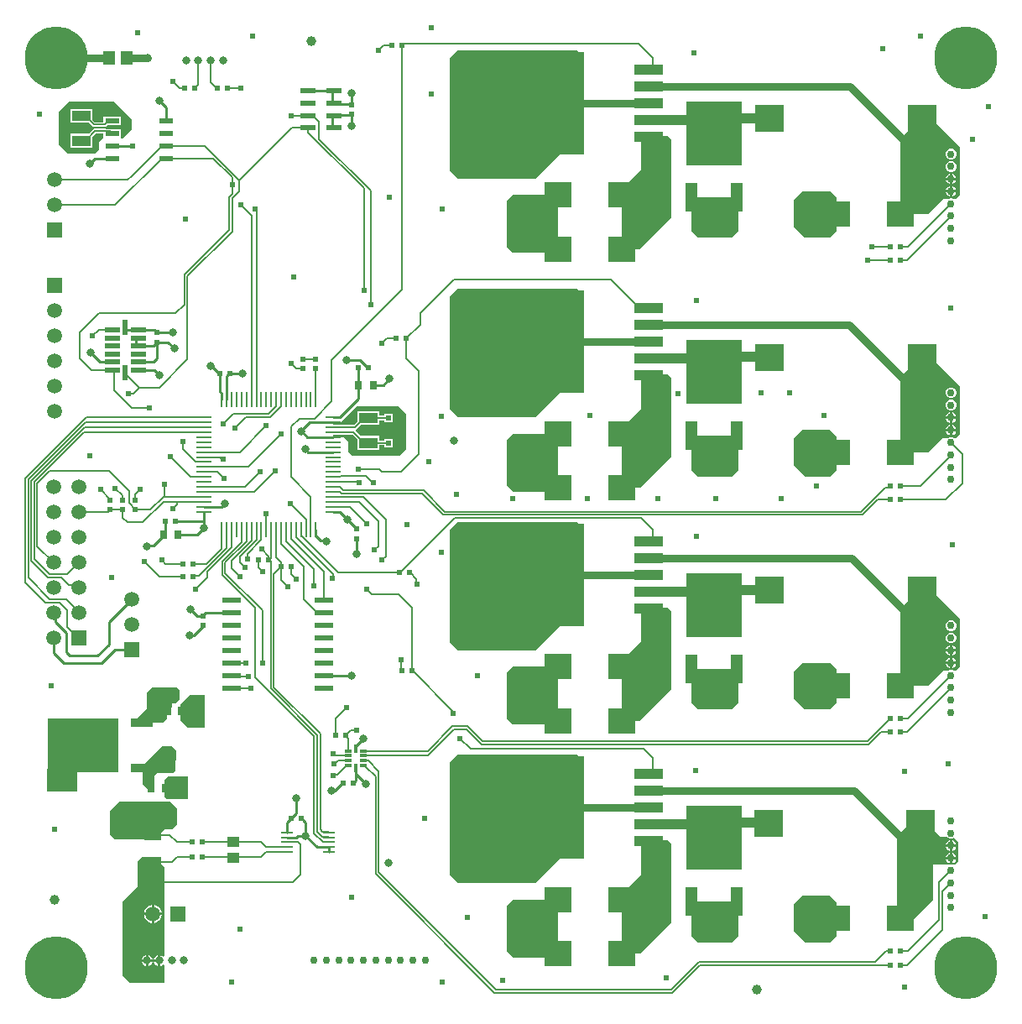
<source format=gtl>
G04*
G04 #@! TF.GenerationSoftware,Altium Limited,Altium Designer,21.1.1 (26)*
G04*
G04 Layer_Physical_Order=1*
G04 Layer_Color=255*
%FSLAX25Y25*%
%MOIN*%
G70*
G04*
G04 #@! TF.SameCoordinates,D2A9E7C0-570F-44F2-BFD0-2438B11671BC*
G04*
G04*
G04 #@! TF.FilePolarity,Positive*
G04*
G01*
G75*
%ADD10C,0.00600*%
%ADD16C,0.01000*%
%ADD18R,0.06083X0.02165*%
%ADD19R,0.02165X0.06083*%
%ADD20R,0.01968X0.02362*%
%ADD21R,0.02362X0.01968*%
%ADD22R,0.01378X0.03268*%
%ADD23R,0.02874X0.01181*%
%ADD24R,0.10906X0.10039*%
%ADD25R,0.11221X0.04134*%
%ADD26R,0.28740X0.40748*%
%ADD27R,0.11500X0.11000*%
%ADD28R,0.21850X0.25197*%
%ADD29R,0.04921X0.11811*%
%ADD30R,0.07480X0.04331*%
%ADD31R,0.08661X0.03740*%
%ADD32R,0.28347X0.21260*%
%ADD33R,0.07284X0.02362*%
%ADD34R,0.05709X0.02362*%
%ADD35R,0.05906X0.02362*%
%ADD36R,0.04528X0.00984*%
%ADD37O,0.00984X0.06102*%
%ADD38O,0.06102X0.00984*%
%ADD39R,0.04724X0.05512*%
%ADD40R,0.02756X0.03543*%
%ADD41R,0.07087X0.04331*%
%ADD42C,0.03937*%
%ADD43R,0.03150X0.03543*%
%ADD44R,0.05118X0.03937*%
%ADD78C,0.03000*%
%ADD79C,0.04000*%
%ADD80R,0.05906X0.05906*%
%ADD81C,0.05906*%
%ADD82C,0.02953*%
%ADD83C,0.03150*%
%ADD84R,0.05906X0.05906*%
%ADD85C,0.25000*%
%ADD86C,0.02420*%
%ADD87C,0.03200*%
G36*
X225500Y378000D02*
Y361641D01*
X220345D01*
X220296Y362141D01*
X220351Y362152D01*
X220649Y362351D01*
X224149Y365851D01*
X224348Y366149D01*
X224418Y366500D01*
X224348Y366851D01*
X224149Y367149D01*
X223851Y367348D01*
X223500Y367418D01*
X223149Y367348D01*
X222851Y367149D01*
X219620Y363918D01*
X216500D01*
X216149Y363848D01*
X215851Y363649D01*
X214685Y362483D01*
X214151Y362655D01*
X214123Y362825D01*
X224149Y372851D01*
X224348Y373149D01*
X224418Y373500D01*
X224348Y373851D01*
X224149Y374149D01*
X223851Y374348D01*
X223500Y374418D01*
X223149Y374348D01*
X222851Y374149D01*
X214380Y365677D01*
X213918Y365869D01*
Y369620D01*
X217149Y372851D01*
X217348Y373149D01*
X217418Y373500D01*
X217348Y373851D01*
X217149Y374149D01*
X216851Y374348D01*
X216500Y374418D01*
X216149Y374348D01*
X215851Y374149D01*
X212351Y370649D01*
X212152Y370351D01*
X212082Y370000D01*
Y362369D01*
X211620Y362177D01*
X210418Y363380D01*
Y373500D01*
X210348Y373851D01*
X210149Y374149D01*
X209851Y374348D01*
X209500Y374418D01*
X209149Y374348D01*
X208851Y374149D01*
X208652Y373851D01*
X208582Y373500D01*
Y367303D01*
X208351Y367149D01*
X208152Y366851D01*
X208082Y366500D01*
Y366369D01*
X207620Y366177D01*
X206668Y367130D01*
Y370250D01*
X206598Y370601D01*
X206399Y370899D01*
X203149Y374149D01*
X202851Y374348D01*
X202500Y374418D01*
X202149Y374348D01*
X201851Y374149D01*
X201652Y373851D01*
X201582Y373500D01*
X201652Y373149D01*
X201851Y372851D01*
X204832Y369870D01*
Y366750D01*
X204902Y366399D01*
X205101Y366101D01*
X208351Y362851D01*
X210017Y361185D01*
X209845Y360650D01*
X209675Y360623D01*
X203149Y367149D01*
X202851Y367348D01*
X202500Y367418D01*
X202149Y367348D01*
X201851Y367149D01*
X201652Y366851D01*
X201582Y366500D01*
X201652Y366149D01*
X201851Y365851D01*
X206823Y360880D01*
X206631Y360418D01*
X202500D01*
X202149Y360348D01*
X201851Y360149D01*
X201652Y359851D01*
X201582Y359500D01*
X201652Y359149D01*
X201851Y358851D01*
X202149Y358652D01*
X202500Y358582D01*
X210131D01*
X210323Y358120D01*
X209120Y356918D01*
X206000D01*
X205649Y356848D01*
X205351Y356649D01*
X201851Y353149D01*
X201652Y352851D01*
X201582Y352500D01*
X201652Y352149D01*
X201851Y351851D01*
X202149Y351652D01*
X202500Y351582D01*
X202851Y351652D01*
X203149Y351851D01*
X206380Y355082D01*
X209500D01*
X209851Y355152D01*
X210149Y355351D01*
X211315Y356517D01*
X211849Y356345D01*
X211877Y356175D01*
X201851Y346149D01*
X201652Y345851D01*
X201582Y345500D01*
X201652Y345149D01*
X201851Y344851D01*
X202149Y344652D01*
X202500Y344582D01*
X202851Y344652D01*
X203149Y344851D01*
X211620Y353323D01*
X212082Y353131D01*
Y349380D01*
X208851Y346149D01*
X208652Y345851D01*
X208582Y345500D01*
X208652Y345149D01*
X208851Y344851D01*
X209149Y344652D01*
X209500Y344582D01*
X209851Y344652D01*
X210149Y344851D01*
X213649Y348351D01*
X213848Y348649D01*
X213918Y349000D01*
Y356631D01*
X214380Y356823D01*
X215582Y355620D01*
Y352500D01*
X215652Y352149D01*
X215851Y351851D01*
X216082Y351697D01*
Y345500D01*
X216152Y345149D01*
X216351Y344851D01*
X216649Y344652D01*
X217000Y344582D01*
X217351Y344652D01*
X217649Y344851D01*
X217848Y345149D01*
X217918Y345500D01*
Y352631D01*
X218380Y352823D01*
X219582Y351620D01*
Y349000D01*
X219652Y348649D01*
X219851Y348351D01*
X223351Y344851D01*
X223649Y344652D01*
X224000Y344582D01*
X224351Y344652D01*
X224649Y344851D01*
X224848Y345149D01*
X224918Y345500D01*
X224848Y345851D01*
X224649Y346149D01*
X221418Y349380D01*
Y352000D01*
X221348Y352351D01*
X221149Y352649D01*
X218707Y355091D01*
X218879Y355626D01*
X219048Y355654D01*
X222851Y351851D01*
X223149Y351652D01*
X223500Y351582D01*
X223851Y351652D01*
X224149Y351851D01*
X224348Y352149D01*
X224418Y352500D01*
X224348Y352851D01*
X224149Y353149D01*
X221901Y355397D01*
X222092Y355859D01*
X223500D01*
X224319Y356022D01*
X225000Y356477D01*
X225086Y356460D01*
X225500Y356313D01*
Y340500D01*
X217500Y340500D01*
X206500Y329500D01*
X175500D01*
X172250Y332750D01*
Y377250D01*
X175500Y380500D01*
X223000Y380500D01*
X225500Y378000D01*
D02*
G37*
G36*
X46000Y353000D02*
Y349000D01*
X42500Y345500D01*
X42135D01*
X41726Y345719D01*
X41726Y346000D01*
Y349281D01*
X37479D01*
X37391Y349299D01*
X35790D01*
X35717Y349348D01*
X35366Y349418D01*
X31496D01*
X31145Y349348D01*
X30847Y349149D01*
X29042Y347344D01*
X21660D01*
Y341813D01*
X30340D01*
Y346046D01*
X31876Y347582D01*
X34817D01*
X34817Y345869D01*
X34500Y345500D01*
X34435Y345435D01*
X33000Y344000D01*
Y341000D01*
X31500Y339500D01*
X20500D01*
X17000Y343000D01*
Y356000D01*
X21000Y360000D01*
X39000D01*
X46000Y353000D01*
D02*
G37*
G36*
X363500Y353500D02*
X375000Y342000D01*
Y323000D01*
X373500Y321500D01*
X372288D01*
X371913Y321655D01*
X371087D01*
X370712Y321500D01*
X368500D01*
X362500Y315500D01*
X351354D01*
Y345354D01*
X359500Y353500D01*
X363500Y353500D01*
D02*
G37*
G36*
X326000Y322000D02*
Y308500D01*
X323500Y306000D01*
X313500D01*
X309000Y310500D01*
Y321000D01*
X312500Y324500D01*
X323500D01*
X326000Y322000D01*
D02*
G37*
G36*
X287000Y321622D02*
X287000Y308500D01*
X284500Y306000D01*
X271000D01*
X268484Y308516D01*
Y322106D01*
X286516D01*
X287000Y321622D01*
D02*
G37*
G36*
X260500Y345000D02*
Y314000D01*
X248000Y301500D01*
X243261D01*
X243141Y301646D01*
X242978Y302465D01*
X242514Y303160D01*
X241819Y303624D01*
X241000Y303787D01*
X240854Y303906D01*
Y325354D01*
X248500Y333000D01*
Y346500D01*
X259000D01*
X260500Y345000D01*
D02*
G37*
G36*
X215500Y300000D02*
X197500D01*
X195000Y302500D01*
Y320500D01*
X197500Y323000D01*
X215500D01*
Y300000D01*
D02*
G37*
G36*
X225500Y283236D02*
Y266877D01*
X220345D01*
X220296Y267377D01*
X220351Y267388D01*
X220649Y267587D01*
X224149Y271087D01*
X224348Y271385D01*
X224418Y271736D01*
X224348Y272087D01*
X224149Y272385D01*
X223851Y272584D01*
X223500Y272654D01*
X223149Y272584D01*
X222851Y272385D01*
X219620Y269154D01*
X216500D01*
X216149Y269084D01*
X215851Y268885D01*
X214685Y267719D01*
X214151Y267892D01*
X214123Y268061D01*
X224149Y278087D01*
X224348Y278385D01*
X224418Y278736D01*
X224348Y279087D01*
X224149Y279385D01*
X223851Y279584D01*
X223500Y279654D01*
X223149Y279584D01*
X222851Y279385D01*
X214380Y270914D01*
X213918Y271105D01*
Y274856D01*
X217149Y278087D01*
X217348Y278385D01*
X217418Y278736D01*
X217348Y279087D01*
X217149Y279385D01*
X216851Y279584D01*
X216500Y279654D01*
X216149Y279584D01*
X215851Y279385D01*
X212351Y275885D01*
X212152Y275587D01*
X212082Y275236D01*
Y267605D01*
X211620Y267413D01*
X210418Y268616D01*
Y278736D01*
X210348Y279087D01*
X210149Y279385D01*
X209851Y279584D01*
X209500Y279654D01*
X209149Y279584D01*
X208851Y279385D01*
X208652Y279087D01*
X208582Y278736D01*
Y272540D01*
X208351Y272385D01*
X208152Y272087D01*
X208082Y271736D01*
Y271605D01*
X207620Y271413D01*
X206668Y272366D01*
Y275486D01*
X206598Y275837D01*
X206399Y276135D01*
X203149Y279385D01*
X202851Y279584D01*
X202500Y279654D01*
X202149Y279584D01*
X201851Y279385D01*
X201652Y279087D01*
X201582Y278736D01*
X201652Y278385D01*
X201851Y278087D01*
X204832Y275106D01*
Y271986D01*
X204902Y271635D01*
X205101Y271337D01*
X208351Y268087D01*
X210017Y266422D01*
X209845Y265887D01*
X209675Y265859D01*
X203149Y272385D01*
X202851Y272584D01*
X202500Y272654D01*
X202149Y272584D01*
X201851Y272385D01*
X201652Y272087D01*
X201582Y271736D01*
X201652Y271385D01*
X201851Y271087D01*
X206823Y266116D01*
X206631Y265654D01*
X202500D01*
X202149Y265584D01*
X201851Y265385D01*
X201652Y265087D01*
X201582Y264736D01*
X201652Y264385D01*
X201851Y264087D01*
X202149Y263888D01*
X202500Y263819D01*
X210131D01*
X210323Y263357D01*
X209120Y262154D01*
X206000D01*
X205649Y262084D01*
X205351Y261885D01*
X201851Y258385D01*
X201652Y258087D01*
X201582Y257736D01*
X201652Y257385D01*
X201851Y257087D01*
X202149Y256888D01*
X202500Y256819D01*
X202851Y256888D01*
X203149Y257087D01*
X206380Y260319D01*
X209500D01*
X209851Y260388D01*
X210149Y260587D01*
X211315Y261753D01*
X211849Y261581D01*
X211877Y261411D01*
X201851Y251385D01*
X201652Y251087D01*
X201582Y250736D01*
X201652Y250385D01*
X201851Y250087D01*
X202149Y249888D01*
X202500Y249819D01*
X202851Y249888D01*
X203149Y250087D01*
X211620Y258559D01*
X212082Y258368D01*
Y254616D01*
X208851Y251385D01*
X208652Y251087D01*
X208582Y250736D01*
X208652Y250385D01*
X208851Y250087D01*
X209149Y249888D01*
X209500Y249819D01*
X209851Y249888D01*
X210149Y250087D01*
X213649Y253587D01*
X213848Y253885D01*
X213918Y254236D01*
Y261868D01*
X214380Y262059D01*
X215582Y260856D01*
Y257736D01*
X215652Y257385D01*
X215851Y257087D01*
X216082Y256933D01*
Y250736D01*
X216152Y250385D01*
X216351Y250087D01*
X216649Y249888D01*
X217000Y249819D01*
X217351Y249888D01*
X217649Y250087D01*
X217848Y250385D01*
X217918Y250736D01*
Y257868D01*
X218380Y258059D01*
X219582Y256856D01*
Y254236D01*
X219652Y253885D01*
X219851Y253587D01*
X223351Y250087D01*
X223649Y249888D01*
X224000Y249819D01*
X224351Y249888D01*
X224649Y250087D01*
X224848Y250385D01*
X224918Y250736D01*
X224848Y251087D01*
X224649Y251385D01*
X221418Y254616D01*
Y257236D01*
X221348Y257587D01*
X221149Y257885D01*
X218707Y260327D01*
X218879Y260862D01*
X219048Y260890D01*
X222851Y257087D01*
X223149Y256888D01*
X223500Y256819D01*
X223851Y256888D01*
X224149Y257087D01*
X224348Y257385D01*
X224418Y257736D01*
X224348Y258087D01*
X224149Y258385D01*
X221901Y260633D01*
X222092Y261095D01*
X223500D01*
X224319Y261258D01*
X225000Y261713D01*
X225086Y261697D01*
X225500Y261550D01*
Y245736D01*
X217500Y245736D01*
X206500Y234736D01*
X175500D01*
X172250Y237986D01*
Y282486D01*
X175500Y285736D01*
X223000Y285736D01*
X225500Y283236D01*
D02*
G37*
G36*
X155000Y236000D02*
Y222000D01*
X152500Y219500D01*
X133500D01*
X132000Y221000D01*
Y225000D01*
X130173Y226827D01*
X126189D01*
Y227682D01*
X128748D01*
X129174Y227766D01*
X129341Y227878D01*
X133829D01*
X135660Y226046D01*
Y221813D01*
X144340D01*
Y223661D01*
X146250D01*
Y222916D01*
X149813D01*
Y226084D01*
X146250D01*
Y225496D01*
X144340D01*
Y227344D01*
X136958D01*
X134932Y229369D01*
X134966Y229684D01*
X135067Y229906D01*
X135119Y229916D01*
X135417Y230115D01*
X136958Y231656D01*
X144340D01*
Y233504D01*
X146250D01*
Y232916D01*
X149813D01*
Y236084D01*
X146250D01*
Y235339D01*
X144340D01*
Y237187D01*
X135660D01*
Y232954D01*
X134388Y231681D01*
X129341D01*
X129174Y231792D01*
X128748Y231877D01*
X126189D01*
Y232379D01*
X126542Y232732D01*
X129232Y232732D01*
X135500Y239000D01*
X152000D01*
X155000Y236000D01*
D02*
G37*
G36*
X363500Y258736D02*
X375000Y247236D01*
Y228236D01*
X373264Y226500D01*
X372751D01*
X372676Y226575D01*
X371913Y226891D01*
X371087D01*
X370324Y226575D01*
X370249Y226500D01*
X368264D01*
X362500Y220736D01*
X351354D01*
Y250854D01*
X359236Y258736D01*
X363500Y258736D01*
D02*
G37*
G36*
X326000Y227236D02*
Y213736D01*
X323500Y211236D01*
X313500D01*
X309000Y215736D01*
Y226236D01*
X312500Y229736D01*
X323500D01*
X326000Y227236D01*
D02*
G37*
G36*
X287000Y226858D02*
X287000Y213736D01*
X284500Y211236D01*
X271000D01*
X268484Y213752D01*
Y227343D01*
X286516D01*
X287000Y226858D01*
D02*
G37*
G36*
X260500Y250236D02*
Y219236D01*
X248000Y206736D01*
X243261D01*
X243141Y206882D01*
X242978Y207701D01*
X242514Y208396D01*
X241819Y208860D01*
X241000Y209023D01*
X240854Y209143D01*
Y230591D01*
X248500Y238236D01*
Y251736D01*
X259000D01*
X260500Y250236D01*
D02*
G37*
G36*
X215500Y205236D02*
X197500D01*
X195000Y207736D01*
Y225736D01*
X197500Y228236D01*
X215500D01*
Y205236D01*
D02*
G37*
G36*
X225500Y190736D02*
Y174377D01*
X220345D01*
X220296Y174877D01*
X220351Y174888D01*
X220649Y175087D01*
X224149Y178587D01*
X224348Y178885D01*
X224418Y179236D01*
X224348Y179587D01*
X224149Y179885D01*
X223851Y180084D01*
X223500Y180154D01*
X223149Y180084D01*
X222851Y179885D01*
X219620Y176654D01*
X216500D01*
X216149Y176584D01*
X215851Y176385D01*
X214685Y175219D01*
X214151Y175391D01*
X214123Y175561D01*
X224149Y185587D01*
X224348Y185885D01*
X224418Y186236D01*
X224348Y186587D01*
X224149Y186885D01*
X223851Y187084D01*
X223500Y187154D01*
X223149Y187084D01*
X222851Y186885D01*
X214380Y178413D01*
X213918Y178605D01*
Y182356D01*
X217149Y185587D01*
X217348Y185885D01*
X217418Y186236D01*
X217348Y186587D01*
X217149Y186885D01*
X216851Y187084D01*
X216500Y187154D01*
X216149Y187084D01*
X215851Y186885D01*
X212351Y183385D01*
X212152Y183087D01*
X212082Y182736D01*
Y175105D01*
X211620Y174914D01*
X210418Y176116D01*
Y186236D01*
X210348Y186587D01*
X210149Y186885D01*
X209851Y187084D01*
X209500Y187154D01*
X209149Y187084D01*
X208851Y186885D01*
X208652Y186587D01*
X208582Y186236D01*
Y180040D01*
X208351Y179885D01*
X208152Y179587D01*
X208082Y179236D01*
Y179105D01*
X207620Y178913D01*
X206668Y179866D01*
Y182986D01*
X206598Y183337D01*
X206399Y183635D01*
X203149Y186885D01*
X202851Y187084D01*
X202500Y187154D01*
X202149Y187084D01*
X201851Y186885D01*
X201652Y186587D01*
X201582Y186236D01*
X201652Y185885D01*
X201851Y185587D01*
X204832Y182606D01*
Y179486D01*
X204902Y179135D01*
X205101Y178837D01*
X208351Y175587D01*
X210017Y173922D01*
X209845Y173387D01*
X209675Y173359D01*
X203149Y179885D01*
X202851Y180084D01*
X202500Y180154D01*
X202149Y180084D01*
X201851Y179885D01*
X201652Y179587D01*
X201582Y179236D01*
X201652Y178885D01*
X201851Y178587D01*
X206823Y173616D01*
X206631Y173154D01*
X202500D01*
X202149Y173084D01*
X201851Y172885D01*
X201652Y172587D01*
X201582Y172236D01*
X201652Y171885D01*
X201851Y171587D01*
X202149Y171388D01*
X202500Y171319D01*
X210131D01*
X210323Y170857D01*
X209120Y169654D01*
X206000D01*
X205649Y169584D01*
X205351Y169385D01*
X201851Y165885D01*
X201652Y165587D01*
X201582Y165236D01*
X201652Y164885D01*
X201851Y164587D01*
X202149Y164388D01*
X202500Y164319D01*
X202851Y164388D01*
X203149Y164587D01*
X206380Y167819D01*
X209500D01*
X209851Y167888D01*
X210149Y168087D01*
X211315Y169253D01*
X211849Y169081D01*
X211877Y168911D01*
X201851Y158885D01*
X201652Y158587D01*
X201582Y158236D01*
X201652Y157885D01*
X201851Y157587D01*
X202149Y157388D01*
X202500Y157319D01*
X202851Y157388D01*
X203149Y157587D01*
X211620Y166059D01*
X212082Y165868D01*
Y162116D01*
X208851Y158885D01*
X208652Y158587D01*
X208582Y158236D01*
X208652Y157885D01*
X208851Y157587D01*
X209149Y157388D01*
X209500Y157319D01*
X209851Y157388D01*
X210149Y157587D01*
X213649Y161087D01*
X213848Y161385D01*
X213918Y161736D01*
Y169368D01*
X214380Y169559D01*
X215582Y168356D01*
Y165236D01*
X215652Y164885D01*
X215851Y164587D01*
X216082Y164433D01*
Y158236D01*
X216152Y157885D01*
X216351Y157587D01*
X216649Y157388D01*
X217000Y157319D01*
X217351Y157388D01*
X217649Y157587D01*
X217848Y157885D01*
X217918Y158236D01*
Y165368D01*
X218380Y165559D01*
X219582Y164356D01*
Y161736D01*
X219652Y161385D01*
X219851Y161087D01*
X223351Y157587D01*
X223649Y157388D01*
X224000Y157319D01*
X224351Y157388D01*
X224649Y157587D01*
X224848Y157885D01*
X224918Y158236D01*
X224848Y158587D01*
X224649Y158885D01*
X221418Y162116D01*
Y164736D01*
X221348Y165087D01*
X221149Y165385D01*
X218707Y167827D01*
X218879Y168362D01*
X219048Y168390D01*
X222851Y164587D01*
X223149Y164388D01*
X223500Y164319D01*
X223851Y164388D01*
X224149Y164587D01*
X224348Y164885D01*
X224418Y165236D01*
X224348Y165587D01*
X224149Y165885D01*
X221901Y168133D01*
X222092Y168595D01*
X223500D01*
X224319Y168758D01*
X225000Y169213D01*
X225086Y169196D01*
X225500Y169050D01*
Y153236D01*
X217500Y153236D01*
X206500Y142236D01*
X175500D01*
X172250Y145486D01*
Y189986D01*
X175500Y193236D01*
X223000Y193236D01*
X225500Y190736D01*
D02*
G37*
G36*
X375000Y154736D02*
Y135736D01*
X373264Y134000D01*
X372751D01*
X372676Y134075D01*
X371913Y134391D01*
X371087D01*
X370324Y134075D01*
X370249Y134000D01*
X368264D01*
X362500Y128236D01*
X351354D01*
Y158854D01*
X358736Y166236D01*
X363500D01*
X375000Y154736D01*
D02*
G37*
G36*
X326000Y134736D02*
Y121236D01*
X323500Y118736D01*
X313500D01*
X309000Y123236D01*
Y133736D01*
X312500Y137236D01*
X323500D01*
X326000Y134736D01*
D02*
G37*
G36*
X287000Y134358D02*
X287000Y121236D01*
X284500Y118736D01*
X271000D01*
X268484Y121252D01*
Y134843D01*
X286516D01*
X287000Y134358D01*
D02*
G37*
G36*
X260500Y157736D02*
Y126736D01*
X248000Y114236D01*
X243261D01*
X243141Y114382D01*
X242978Y115201D01*
X242514Y115896D01*
X241819Y116360D01*
X241000Y116523D01*
X240854Y116643D01*
Y138091D01*
X248500Y145736D01*
Y159236D01*
X259000D01*
X260500Y157736D01*
D02*
G37*
G36*
X65000Y126500D02*
Y122500D01*
X63500Y121000D01*
X62000D01*
Y119756D01*
X60000Y117756D01*
Y115000D01*
X58500Y113500D01*
X57500D01*
X50232Y113555D01*
X48787Y115000D01*
X48653D01*
X48462Y115462D01*
X52000Y119000D01*
X52000Y125500D01*
X54000Y127500D01*
X64000D01*
X65000Y126500D01*
D02*
G37*
G36*
X215500Y112736D02*
X197500D01*
X195000Y115236D01*
Y133236D01*
X197500Y135736D01*
X215500D01*
Y112736D01*
D02*
G37*
G36*
X75052Y124500D02*
X75052Y111500D01*
X68506Y111500D01*
X65552Y114455D01*
Y120955D01*
X69097Y124500D01*
X75052Y124500D01*
D02*
G37*
G36*
X63667Y102333D02*
X63500Y94500D01*
X62500Y93500D01*
X56000D01*
X55000Y92500D01*
Y87000D01*
X53500D01*
X53000Y86500D01*
X50500Y89000D01*
Y96390D01*
X58110Y104000D01*
X62000D01*
X63667Y102333D01*
D02*
G37*
G36*
X24500Y95500D02*
X24500Y86000D01*
X12500Y86000D01*
X12500Y95000D01*
X14000Y96500D01*
X23500D01*
X24500Y95500D01*
D02*
G37*
G36*
X68500Y92000D02*
Y83000D01*
X60000Y83000D01*
X59000Y84000D01*
Y90500D01*
X60500Y92000D01*
X68500Y92000D01*
D02*
G37*
G36*
X225500Y98236D02*
Y81877D01*
X220345D01*
X220296Y82377D01*
X220351Y82388D01*
X220649Y82587D01*
X224149Y86087D01*
X224348Y86385D01*
X224418Y86736D01*
X224348Y87087D01*
X224149Y87385D01*
X223851Y87584D01*
X223500Y87654D01*
X223149Y87584D01*
X222851Y87385D01*
X219620Y84154D01*
X216500D01*
X216149Y84084D01*
X215851Y83885D01*
X214685Y82719D01*
X214151Y82891D01*
X214123Y83061D01*
X224149Y93087D01*
X224348Y93385D01*
X224418Y93736D01*
X224348Y94087D01*
X224149Y94385D01*
X223851Y94584D01*
X223500Y94654D01*
X223149Y94584D01*
X222851Y94385D01*
X214380Y85913D01*
X213918Y86105D01*
Y89856D01*
X217149Y93087D01*
X217348Y93385D01*
X217418Y93736D01*
X217348Y94087D01*
X217149Y94385D01*
X216851Y94584D01*
X216500Y94654D01*
X216149Y94584D01*
X215851Y94385D01*
X212351Y90885D01*
X212152Y90587D01*
X212082Y90236D01*
Y82605D01*
X211620Y82414D01*
X210418Y83616D01*
Y93736D01*
X210348Y94087D01*
X210149Y94385D01*
X209851Y94584D01*
X209500Y94654D01*
X209149Y94584D01*
X208851Y94385D01*
X208652Y94087D01*
X208582Y93736D01*
Y87540D01*
X208351Y87385D01*
X208152Y87087D01*
X208082Y86736D01*
Y86605D01*
X207620Y86414D01*
X206668Y87366D01*
Y90486D01*
X206598Y90837D01*
X206399Y91135D01*
X203149Y94385D01*
X202851Y94584D01*
X202500Y94654D01*
X202149Y94584D01*
X201851Y94385D01*
X201652Y94087D01*
X201582Y93736D01*
X201652Y93385D01*
X201851Y93087D01*
X204832Y90106D01*
Y86986D01*
X204902Y86635D01*
X205101Y86337D01*
X208351Y83087D01*
X210017Y81422D01*
X209845Y80887D01*
X209675Y80859D01*
X203149Y87385D01*
X202851Y87584D01*
X202500Y87654D01*
X202149Y87584D01*
X201851Y87385D01*
X201652Y87087D01*
X201582Y86736D01*
X201652Y86385D01*
X201851Y86087D01*
X206823Y81116D01*
X206631Y80654D01*
X202500D01*
X202149Y80584D01*
X201851Y80385D01*
X201652Y80087D01*
X201582Y79736D01*
X201652Y79385D01*
X201851Y79087D01*
X202149Y78888D01*
X202500Y78819D01*
X210131D01*
X210323Y78357D01*
X209120Y77154D01*
X206000D01*
X205649Y77084D01*
X205351Y76885D01*
X201851Y73385D01*
X201652Y73087D01*
X201582Y72736D01*
X201652Y72385D01*
X201851Y72087D01*
X202149Y71888D01*
X202500Y71819D01*
X202851Y71888D01*
X203149Y72087D01*
X206380Y75319D01*
X209500D01*
X209851Y75388D01*
X210149Y75587D01*
X211315Y76753D01*
X211849Y76581D01*
X211877Y76411D01*
X201851Y66385D01*
X201652Y66087D01*
X201582Y65736D01*
X201652Y65385D01*
X201851Y65087D01*
X202149Y64888D01*
X202500Y64819D01*
X202851Y64888D01*
X203149Y65087D01*
X211620Y73559D01*
X212082Y73368D01*
Y69616D01*
X208851Y66385D01*
X208652Y66087D01*
X208582Y65736D01*
X208652Y65385D01*
X208851Y65087D01*
X209149Y64888D01*
X209500Y64819D01*
X209851Y64888D01*
X210149Y65087D01*
X213649Y68587D01*
X213848Y68885D01*
X213918Y69236D01*
Y76868D01*
X214380Y77059D01*
X215582Y75856D01*
Y72736D01*
X215652Y72385D01*
X215851Y72087D01*
X216082Y71933D01*
Y65736D01*
X216152Y65385D01*
X216351Y65087D01*
X216649Y64888D01*
X217000Y64819D01*
X217351Y64888D01*
X217649Y65087D01*
X217848Y65385D01*
X217918Y65736D01*
Y72868D01*
X218380Y73059D01*
X219582Y71856D01*
Y69236D01*
X219652Y68885D01*
X219851Y68587D01*
X223351Y65087D01*
X223649Y64888D01*
X224000Y64819D01*
X224351Y64888D01*
X224649Y65087D01*
X224848Y65385D01*
X224918Y65736D01*
X224848Y66087D01*
X224649Y66385D01*
X221418Y69616D01*
Y72236D01*
X221348Y72587D01*
X221149Y72885D01*
X218707Y75327D01*
X218879Y75862D01*
X219048Y75890D01*
X222851Y72087D01*
X223149Y71888D01*
X223500Y71819D01*
X223851Y71888D01*
X224149Y72087D01*
X224348Y72385D01*
X224418Y72736D01*
X224348Y73087D01*
X224149Y73385D01*
X221901Y75633D01*
X222092Y76095D01*
X223500D01*
X224319Y76258D01*
X225000Y76713D01*
X225086Y76696D01*
X225500Y76550D01*
Y60736D01*
X217500Y60736D01*
X206500Y49736D01*
X175500D01*
X172250Y52986D01*
Y97486D01*
X175500Y100736D01*
X223000Y100736D01*
X225500Y98236D01*
D02*
G37*
G36*
X64000Y79500D02*
X64000Y73000D01*
X62000Y71000D01*
X59000Y71000D01*
X57733Y69733D01*
X54500D01*
X54149Y69663D01*
X53851Y69464D01*
X53652Y69166D01*
X53582Y68815D01*
X53652Y68464D01*
X53851Y68166D01*
X54149Y67967D01*
X54500Y67897D01*
X55244D01*
X55435Y67435D01*
X55000Y67000D01*
X39000Y67000D01*
X37500Y69000D01*
Y78500D01*
X41000Y82000D01*
X61500D01*
X64000Y79500D01*
D02*
G37*
G36*
X367500Y68000D02*
X370142D01*
X370324Y67818D01*
X371087Y67502D01*
X371913D01*
X372676Y67818D01*
X372679Y67821D01*
X374500Y66000D01*
Y58500D01*
X373000Y57000D01*
X364500D01*
X364500Y43000D01*
X356000Y34500D01*
X353000D01*
X350000Y37500D01*
Y68500D01*
X355000Y73500D01*
X362000D01*
X367500Y68000D01*
D02*
G37*
G36*
X326000Y42236D02*
Y28736D01*
X323500Y26236D01*
X313500D01*
X309000Y30736D01*
Y41236D01*
X312500Y44736D01*
X323500D01*
X326000Y42236D01*
D02*
G37*
G36*
X287000Y41858D02*
X287000Y28736D01*
X284500Y26236D01*
X271000D01*
X268484Y28752D01*
Y42342D01*
X286516D01*
X287000Y41858D01*
D02*
G37*
G36*
X260500Y65236D02*
Y34236D01*
X248000Y21736D01*
X243261D01*
X243141Y21882D01*
X242978Y22701D01*
X242514Y23396D01*
X241819Y23860D01*
X241000Y24023D01*
X240854Y24143D01*
Y45591D01*
X248500Y53236D01*
Y66736D01*
X259000D01*
X260500Y65236D01*
D02*
G37*
G36*
X59000Y56000D02*
Y44500D01*
Y20822D01*
X58500Y20615D01*
X58271Y20844D01*
X57539Y21147D01*
Y19000D01*
Y16853D01*
X58271Y17156D01*
X58500Y17385D01*
X59000Y17178D01*
Y10000D01*
X45500D01*
X42500Y13000D01*
Y42500D01*
X48500Y48500D01*
Y58500D01*
X50000Y60000D01*
X55000D01*
X59000Y56000D01*
D02*
G37*
G36*
X215500Y20236D02*
X197500D01*
X195000Y22736D01*
Y40736D01*
X197500Y43236D01*
X215500D01*
Y20236D01*
D02*
G37*
%LPC*%
G36*
X30340Y357187D02*
X21660D01*
Y351656D01*
X29042D01*
X30347Y350351D01*
X30645Y350152D01*
X30996Y350082D01*
X35366D01*
X35717Y350152D01*
X36015Y350351D01*
X36366Y350703D01*
X36377Y350719D01*
X41726D01*
Y354281D01*
X34817D01*
Y351918D01*
X31376D01*
X30340Y352954D01*
Y357187D01*
D02*
G37*
G36*
X371913Y341340D02*
X371087D01*
X370324Y341024D01*
X369740Y340440D01*
X369424Y339677D01*
Y338851D01*
X369740Y338088D01*
X370324Y337504D01*
X371087Y337187D01*
X371913D01*
X372676Y337504D01*
X373260Y338088D01*
X373576Y338851D01*
Y339677D01*
X373260Y340440D01*
X372676Y341024D01*
X371913Y341340D01*
D02*
G37*
G36*
Y336419D02*
X371087D01*
X370324Y336103D01*
X369740Y335519D01*
X369424Y334755D01*
Y333929D01*
X369740Y333166D01*
X370324Y332582D01*
X371087Y332266D01*
X371913D01*
X372676Y332582D01*
X373260Y333166D01*
X373576Y333929D01*
Y334755D01*
X373260Y335519D01*
X372676Y336103D01*
X371913Y336419D01*
D02*
G37*
G36*
X372000Y331462D02*
Y329921D01*
X373540D01*
X373260Y330597D01*
X372676Y331182D01*
X372000Y331462D01*
D02*
G37*
G36*
X371000D02*
X370324Y331182D01*
X369740Y330597D01*
X369460Y329921D01*
X371000D01*
Y331462D01*
D02*
G37*
G36*
X373540Y328921D02*
X372000D01*
Y327381D01*
X372676Y327661D01*
X373260Y328245D01*
X373540Y328921D01*
D02*
G37*
G36*
X371000D02*
X369460D01*
X369740Y328245D01*
X370324Y327661D01*
X371000Y327381D01*
Y328921D01*
D02*
G37*
G36*
X372000Y326540D02*
Y325000D01*
X373540D01*
X373260Y325676D01*
X372676Y326260D01*
X372000Y326540D01*
D02*
G37*
G36*
X371000D02*
X370324Y326260D01*
X369740Y325676D01*
X369460Y325000D01*
X371000D01*
Y326540D01*
D02*
G37*
G36*
X373540Y324000D02*
X372000D01*
Y322460D01*
X372676Y322740D01*
X373260Y323324D01*
X373540Y324000D01*
D02*
G37*
G36*
X371000D02*
X369460D01*
X369740Y323324D01*
X370324Y322740D01*
X371000Y322460D01*
Y324000D01*
D02*
G37*
G36*
X371913Y246576D02*
X371087D01*
X370324Y246260D01*
X369740Y245676D01*
X369424Y244913D01*
Y244087D01*
X369740Y243324D01*
X370324Y242740D01*
X371087Y242424D01*
X371913D01*
X372676Y242740D01*
X373260Y243324D01*
X373576Y244087D01*
Y244913D01*
X373260Y245676D01*
X372676Y246260D01*
X371913Y246576D01*
D02*
G37*
G36*
Y241655D02*
X371087D01*
X370324Y241339D01*
X369740Y240755D01*
X369424Y239992D01*
Y239166D01*
X369740Y238403D01*
X370324Y237819D01*
X371087Y237502D01*
X371913D01*
X372676Y237819D01*
X373260Y238403D01*
X373576Y239166D01*
Y239992D01*
X373260Y240755D01*
X372676Y241339D01*
X371913Y241655D01*
D02*
G37*
G36*
X372000Y236698D02*
Y235157D01*
X373540D01*
X373260Y235834D01*
X372676Y236418D01*
X372000Y236698D01*
D02*
G37*
G36*
X371000D02*
X370324Y236418D01*
X369740Y235834D01*
X369460Y235157D01*
X371000D01*
Y236698D01*
D02*
G37*
G36*
X373540Y234157D02*
X372000D01*
Y232617D01*
X372676Y232897D01*
X373260Y233481D01*
X373540Y234157D01*
D02*
G37*
G36*
X371000D02*
X369460D01*
X369740Y233481D01*
X370324Y232897D01*
X371000Y232617D01*
Y234157D01*
D02*
G37*
G36*
X372000Y231777D02*
Y230236D01*
X373540D01*
X373260Y230912D01*
X372676Y231497D01*
X372000Y231777D01*
D02*
G37*
G36*
X371000D02*
X370324Y231497D01*
X369740Y230912D01*
X369460Y230236D01*
X371000D01*
Y231777D01*
D02*
G37*
G36*
X373540Y229236D02*
X372000D01*
Y227696D01*
X372676Y227976D01*
X373260Y228560D01*
X373540Y229236D01*
D02*
G37*
G36*
X371000D02*
X369460D01*
X369740Y228560D01*
X370324Y227976D01*
X371000Y227696D01*
Y229236D01*
D02*
G37*
G36*
X371913Y154076D02*
X371087D01*
X370324Y153760D01*
X369740Y153176D01*
X369424Y152413D01*
Y151587D01*
X369740Y150824D01*
X370324Y150240D01*
X371087Y149924D01*
X371913D01*
X372676Y150240D01*
X373260Y150824D01*
X373576Y151587D01*
Y152413D01*
X373260Y153176D01*
X372676Y153760D01*
X371913Y154076D01*
D02*
G37*
G36*
Y149155D02*
X371087D01*
X370324Y148839D01*
X369740Y148255D01*
X369424Y147492D01*
Y146666D01*
X369740Y145903D01*
X370324Y145318D01*
X371087Y145002D01*
X371913D01*
X372676Y145318D01*
X373260Y145903D01*
X373576Y146666D01*
Y147492D01*
X373260Y148255D01*
X372676Y148839D01*
X371913Y149155D01*
D02*
G37*
G36*
X372000Y144198D02*
Y142657D01*
X373540D01*
X373260Y143334D01*
X372676Y143918D01*
X372000Y144198D01*
D02*
G37*
G36*
X371000D02*
X370324Y143918D01*
X369740Y143334D01*
X369460Y142657D01*
X371000D01*
Y144198D01*
D02*
G37*
G36*
X373540Y141657D02*
X372000D01*
Y140117D01*
X372676Y140397D01*
X373260Y140981D01*
X373540Y141657D01*
D02*
G37*
G36*
X371000D02*
X369460D01*
X369740Y140981D01*
X370324Y140397D01*
X371000Y140117D01*
Y141657D01*
D02*
G37*
G36*
X372000Y139277D02*
Y137736D01*
X373540D01*
X373260Y138412D01*
X372676Y138997D01*
X372000Y139277D01*
D02*
G37*
G36*
X371000D02*
X370324Y138997D01*
X369740Y138412D01*
X369460Y137736D01*
X371000D01*
Y139277D01*
D02*
G37*
G36*
X373540Y136736D02*
X372000D01*
Y135196D01*
X372676Y135476D01*
X373260Y136060D01*
X373540Y136736D01*
D02*
G37*
G36*
X371000D02*
X369460D01*
X369740Y136060D01*
X370324Y135476D01*
X371000Y135196D01*
Y136736D01*
D02*
G37*
G36*
X66000Y86418D02*
X65750D01*
X65399Y86348D01*
X65101Y86149D01*
X64902Y85851D01*
X64832Y85500D01*
X64902Y85149D01*
X65101Y84851D01*
X65399Y84652D01*
X65750Y84582D01*
X66000D01*
X66351Y84652D01*
X66649Y84851D01*
X66848Y85149D01*
X66918Y85500D01*
X66848Y85851D01*
X66649Y86149D01*
X66351Y86348D01*
X66000Y86418D01*
D02*
G37*
G36*
X372000Y66698D02*
Y65158D01*
X373540D01*
X373260Y65834D01*
X372676Y66418D01*
X372000Y66698D01*
D02*
G37*
G36*
X371000D02*
X370324Y66418D01*
X369740Y65834D01*
X369460Y65158D01*
X371000D01*
Y66698D01*
D02*
G37*
G36*
X373540Y64157D02*
X372000D01*
Y62617D01*
X372676Y62897D01*
X373260Y63481D01*
X373540Y64157D01*
D02*
G37*
G36*
X371000D02*
X369460D01*
X369740Y63481D01*
X370324Y62897D01*
X371000Y62617D01*
Y64157D01*
D02*
G37*
G36*
X372000Y61777D02*
Y60236D01*
X373540D01*
X373260Y60912D01*
X372676Y61497D01*
X372000Y61777D01*
D02*
G37*
G36*
X371000D02*
X370324Y61497D01*
X369740Y60912D01*
X369460Y60236D01*
X371000D01*
Y61777D01*
D02*
G37*
G36*
X373540Y59236D02*
X372000D01*
Y57696D01*
X372676Y57976D01*
X373260Y58560D01*
X373540Y59236D01*
D02*
G37*
G36*
X371000D02*
X369460D01*
X369740Y58560D01*
X370324Y57976D01*
X371000Y57696D01*
Y59236D01*
D02*
G37*
G36*
X55000Y41044D02*
Y38000D01*
X58044D01*
X57811Y38871D01*
X57343Y39681D01*
X56681Y40343D01*
X55871Y40811D01*
X55000Y41044D01*
D02*
G37*
G36*
X54000D02*
X53129Y40811D01*
X52319Y40343D01*
X51657Y39681D01*
X51189Y38871D01*
X50956Y38000D01*
X54000D01*
Y41044D01*
D02*
G37*
G36*
X58044Y37000D02*
X55000D01*
Y33956D01*
X55871Y34189D01*
X56681Y34657D01*
X57343Y35319D01*
X57811Y36129D01*
X58044Y37000D01*
D02*
G37*
G36*
X54000D02*
X50956D01*
X51189Y36129D01*
X51657Y35319D01*
X52319Y34657D01*
X53129Y34189D01*
X54000Y33956D01*
Y37000D01*
D02*
G37*
G36*
X56539Y21147D02*
X55807Y20844D01*
X55196Y20232D01*
X54892Y19500D01*
X56539D01*
Y21147D01*
D02*
G37*
G36*
X52618D02*
Y19500D01*
X54265D01*
X53962Y20232D01*
X53350Y20844D01*
X52618Y21147D01*
D02*
G37*
G36*
X51618D02*
X50886Y20844D01*
X50274Y20232D01*
X49971Y19500D01*
X51618D01*
Y21147D01*
D02*
G37*
G36*
X56539Y18500D02*
X54892D01*
X55196Y17768D01*
X55807Y17156D01*
X56539Y16853D01*
Y18500D01*
D02*
G37*
G36*
X54265D02*
X52618D01*
Y16853D01*
X53350Y17156D01*
X53962Y17768D01*
X54265Y18500D01*
D02*
G37*
G36*
X51618D02*
X49971D01*
X50274Y17768D01*
X50886Y17156D01*
X51618Y16853D01*
Y18500D01*
D02*
G37*
%LPD*%
D10*
X271736Y17236D02*
X347532D01*
X260303Y7500D02*
X271239Y18436D01*
X190697Y7500D02*
X260303D01*
X271239Y18436D02*
X341436D01*
X190200Y6300D02*
X260800D01*
X271736Y17236D01*
X92014Y180610D02*
X97547Y186144D01*
X92000Y178500D02*
X92014Y178514D01*
X97547Y186144D02*
Y190311D01*
X92014Y178514D02*
Y180610D01*
X85698Y177802D02*
X93610Y185713D01*
X89673Y185173D02*
Y190311D01*
X93610Y185713D02*
Y190311D01*
X91642Y185442D02*
Y190311D01*
X82000Y177500D02*
X89673Y185173D01*
X83200Y177000D02*
X91642Y185442D01*
X89000Y179406D02*
X95579Y185985D01*
Y190311D01*
X89000Y177000D02*
Y179406D01*
Y177000D02*
X91000Y175000D01*
X85698Y174802D02*
X89000Y171500D01*
X85698Y174802D02*
Y177802D01*
X83200Y172800D02*
Y177000D01*
Y172800D02*
X98000Y158000D01*
X82000Y172000D02*
Y177500D01*
X85736Y183145D02*
Y190311D01*
X76000Y173409D02*
X85736Y183145D01*
X98000Y137000D02*
Y158000D01*
X95000Y131606D02*
Y159000D01*
X82000Y172000D02*
X95000Y159000D01*
X76000Y171000D02*
Y173409D01*
X71500Y166500D02*
X76000Y171000D01*
X121839Y68161D02*
X124174D01*
X119800Y70200D02*
X121839Y68161D01*
X119800Y70200D02*
Y108503D01*
X122000Y66000D02*
X124366D01*
X118500Y69500D02*
X122000Y66000D01*
X129325Y206565D02*
X130190Y205700D01*
X128852Y205173D02*
X129525Y204500D01*
X161303D02*
X169803Y196000D01*
X129525Y204500D02*
X161303D01*
X130190Y205700D02*
X161997D01*
X170497Y197200D01*
X136210Y214000D02*
X144246D01*
X126189Y205173D02*
X128852D01*
X129292Y206565D02*
X129325D01*
X136159Y209059D02*
X136507Y208710D01*
X141790D02*
X142000D01*
X129273Y211500D02*
X139000D01*
X141790Y208710D01*
X128852Y211079D02*
X129273Y211500D01*
X135456Y209059D02*
X136159D01*
X136000Y214210D02*
X136210Y214000D01*
X128715Y207142D02*
X129292Y206565D01*
X169803Y196000D02*
X336500D01*
X342500Y202000D01*
X147000Y179500D02*
Y194000D01*
X136264Y201236D02*
X144000Y193500D01*
X129228Y203100D02*
X137900D01*
X144000Y183500D02*
Y193500D01*
X126189Y201236D02*
X136264D01*
X137900Y203100D02*
X147000Y194000D01*
X170497Y197200D02*
X335700D01*
X345316Y206816D01*
X342500Y202000D02*
X347532D01*
X369500Y202000D02*
X376000Y208500D01*
X351468Y202000D02*
X369500D01*
X351468Y202000D02*
X351468Y202000D01*
X346847Y206816D02*
X347532Y207500D01*
X345316Y206816D02*
X346847D01*
X152728Y173000D02*
X174528Y194800D01*
X248436D02*
X253157Y190079D01*
X174528Y194800D02*
X248436D01*
X132732Y199268D02*
X139500Y192500D01*
X376000Y208500D02*
Y220315D01*
X371500Y224815D02*
X376000Y220315D01*
X359264Y207500D02*
X371657Y219894D01*
X351468Y207500D02*
X359264D01*
X185500Y106000D02*
X338295D01*
X338792Y104800D02*
X343728Y109736D01*
X347532D01*
X338295Y106000D02*
X346650Y114355D01*
Y114552D02*
X347335Y115236D01*
X347532D01*
X185003Y104800D02*
X338792D01*
X346650Y114355D02*
Y114552D01*
X179500Y112000D02*
X185500Y106000D01*
X183303Y106500D02*
X185003Y104800D01*
X173500Y112000D02*
X179500D01*
X179003Y110800D02*
X183303Y106500D01*
X173997Y110800D02*
X179003D01*
X163799Y102299D02*
X173500Y112000D01*
X163697Y100500D02*
X173997Y110800D01*
X180790Y103000D02*
X249500D01*
X176500Y107290D02*
X180790Y103000D01*
X138083Y100500D02*
X163697D01*
X249500Y103000D02*
X253000Y99500D01*
X137913Y102299D02*
X163799D01*
X157634Y134000D02*
X173477Y118156D01*
Y117523D02*
X173826Y117174D01*
X173477Y117523D02*
Y118156D01*
X72648Y171754D02*
X76194Y175300D01*
X71000Y171754D02*
X72648D01*
X76194Y175300D02*
X76194D01*
X83768Y182874D01*
X51000Y177500D02*
X57000Y171500D01*
X66309D01*
X103453Y179047D02*
Y190311D01*
X105467Y175485D02*
Y177033D01*
X103453Y179047D02*
X105467Y177033D01*
Y175485D02*
X105500Y175452D01*
X105421Y184485D02*
X114500Y175407D01*
X107390Y185610D02*
X118500Y174500D01*
X107390Y185610D02*
Y190311D01*
X105421Y184485D02*
Y190311D01*
X105500Y170000D02*
Y175500D01*
X102500Y172500D02*
X105500Y175500D01*
Y170000D02*
X108000Y167500D01*
X109468Y172531D02*
X111500Y170500D01*
X109468Y172531D02*
Y175500D01*
X114500Y162445D02*
X119064Y157881D01*
X114500Y162445D02*
Y175407D01*
X174000Y289500D02*
X236488D01*
X247866Y278122D01*
X160665Y276165D02*
X174000Y289500D01*
X71500Y217001D02*
X74795D01*
X74811Y216984D01*
X66500Y222000D02*
X71500Y217001D01*
X66500Y222000D02*
Y225000D01*
X61500Y219000D02*
X69421Y211079D01*
X74811D01*
X84800Y322297D02*
X86138Y323635D01*
Y327000D01*
X78500Y337500D02*
X86000Y330000D01*
Y327138D02*
X86138Y327000D01*
X86000Y327138D02*
Y330000D01*
X120500Y345197D02*
X141000Y324697D01*
Y279500D02*
Y324697D01*
X138290Y285000D02*
Y325710D01*
X116213Y347787D02*
X138290Y325710D01*
X153469Y285469D02*
Y382500D01*
X125500Y257500D02*
X153469Y285469D01*
X116213Y347787D02*
Y349658D01*
X120500Y345197D02*
Y352063D01*
X118865Y353698D02*
X120500Y352063D01*
X118865Y353698D02*
Y353698D01*
X118063Y354500D02*
X118865Y353698D01*
X116213Y354500D02*
X118063D01*
X109500D02*
X116213D01*
Y354579D01*
X109658Y349658D02*
X116213D01*
X125500Y241000D02*
Y257500D01*
X139050Y95950D02*
X143000Y92000D01*
X144200Y53997D02*
Y94300D01*
Y53997D02*
X190697Y7500D01*
X143000Y53500D02*
X190200Y6300D01*
X143000Y53500D02*
Y92000D01*
X140138Y98362D02*
X144200Y94300D01*
X127695Y92848D02*
X131240Y96394D01*
X126000Y92500D02*
X126348Y92848D01*
X127695D01*
X132087Y102299D02*
Y107382D01*
X130968Y108500D02*
X131165D01*
X131850Y107619D02*
X132087Y107382D01*
X131850Y107619D02*
Y107816D01*
X131165Y108500D02*
X131850Y107816D01*
X128012Y98362D02*
X132087D01*
X126650Y97000D02*
X128012Y98362D01*
X126390Y97000D02*
X126650D01*
X127162Y100331D02*
X132087D01*
X126493Y101000D02*
X127162Y100331D01*
X126000Y101000D02*
X126493D01*
X131240Y96394D02*
X132087D01*
X127032Y108500D02*
Y115032D01*
X131500Y119500D01*
X133165Y110500D02*
X135500D01*
X130968Y108500D02*
X131165D01*
X133165Y110500D01*
X118468Y167964D02*
X118500Y167995D01*
Y174500D01*
X82007Y218098D02*
X82500D01*
X80106Y213047D02*
X82653Y210500D01*
X74811Y220921D02*
X88924D01*
X81153Y218953D02*
X82007Y218098D01*
X88924Y220921D02*
X99500Y231498D01*
X74811Y218953D02*
X81153D01*
X109000Y200500D02*
X115264Y194236D01*
Y190311D02*
Y194236D01*
X74811Y207142D02*
X91142D01*
X97000Y213000D01*
X94673Y205173D02*
X103000Y213500D01*
X74811Y205173D02*
X94673D01*
X103327Y239004D02*
Y241564D01*
X100323Y236000D02*
X103327Y239004D01*
Y241564D02*
X103453Y241689D01*
X86500Y236000D02*
X100323D01*
X87000Y230500D02*
X91252Y234752D01*
X101044D01*
X105421Y239130D02*
Y241689D01*
X101044Y234752D02*
X105421Y239130D01*
X82500Y232000D02*
X86500Y236000D01*
X99508Y196492D02*
X99512Y196488D01*
Y190315D02*
X99516Y190311D01*
X99512Y190315D02*
Y196488D01*
X135405Y209110D02*
X135456Y209059D01*
X142500Y182000D02*
X144000Y183500D01*
X145500Y178000D02*
X147000Y179500D01*
X126262Y203131D02*
X129197D01*
X129228Y203100D01*
X126189Y203205D02*
X126262Y203131D01*
X152910Y134590D02*
Y138500D01*
Y134590D02*
X153500Y134000D01*
X126189Y199268D02*
X132732D01*
X141500Y164500D02*
X152000D01*
X139500Y166500D02*
X141500Y164500D01*
X157437Y134000D02*
Y159063D01*
X152000Y164500D02*
X157437Y159063D01*
Y134000D02*
X157634D01*
X253000Y93279D02*
Y99500D01*
X126189Y209110D02*
X135405D01*
X126189Y211079D02*
X128852D01*
X126189Y207142D02*
X128715D01*
X145246Y213000D02*
X153000D01*
X160000Y220000D01*
X144246Y214000D02*
X145246Y213000D01*
X113295Y187752D02*
Y190311D01*
Y187752D02*
X128047Y173000D01*
X152532D01*
X253157Y185622D02*
Y190079D01*
X152532Y173000D02*
X152728D01*
X156468D02*
X156665D01*
X159152Y168848D02*
X159500Y168500D01*
X159152Y168848D02*
Y170514D01*
X156665Y173000D02*
X159152Y170514D01*
X137913Y100331D02*
X138083Y100500D01*
X137913Y98362D02*
X140138D01*
X139050Y95950D02*
Y96103D01*
X137913Y96394D02*
X138760D01*
X139050Y96103D01*
X345736Y22736D02*
X347532D01*
X341436Y18436D02*
X345736Y22736D01*
X354000Y17236D02*
X368000Y31236D01*
X366800Y35115D02*
Y50115D01*
X354421Y22736D02*
X366800Y35115D01*
X368000Y31236D02*
Y46394D01*
X371500Y49894D01*
X366800Y50115D02*
X371500Y54815D01*
X247866Y278122D02*
X251410D01*
X160665Y271579D02*
Y276165D01*
X213000Y175736D02*
X223500Y186236D01*
X209500Y175736D02*
Y186236D01*
X217000Y158236D02*
Y168236D01*
X213000Y172236D02*
X216500Y168736D01*
X220500Y161736D02*
X224000Y158236D01*
X202500D02*
X213000Y168736D01*
X209500Y158236D02*
X213000Y161736D01*
X217000Y65736D02*
Y75736D01*
X209500Y83236D02*
X213000Y79736D01*
X205750Y86986D02*
Y90486D01*
X209000Y83736D02*
Y86736D01*
X209500Y79736D02*
X213000D01*
X209500Y65736D02*
X213000Y69236D01*
X202500Y93736D02*
X205750Y90486D01*
X202500Y79736D02*
X209500D01*
X213000Y83236D02*
X223500Y93736D01*
X209500Y76236D02*
X213000Y79736D01*
X202500Y86736D02*
X209500Y79736D01*
X213000Y76236D02*
Y79736D01*
Y90236D02*
X216500Y93736D01*
X220000Y83236D02*
X223500Y86736D01*
X216500Y72736D02*
Y76236D01*
X213000Y79736D02*
X216500Y76236D01*
Y79736D02*
X223500Y72736D01*
X213000Y69236D02*
Y76236D01*
Y83236D02*
Y90236D01*
Y79736D02*
Y83236D01*
X209000Y83736D02*
X209500Y83236D01*
X216500Y76236D02*
X217000Y75736D01*
X205750Y86986D02*
X209000Y83736D01*
X206000Y76236D02*
X209500D01*
X202500Y72736D02*
X206000Y76236D01*
X217000Y75736D02*
X220500Y72236D01*
Y69236D02*
Y72236D01*
Y69236D02*
X224000Y65736D01*
X213000Y79736D02*
X216500Y83236D01*
X220000D01*
X202500Y65736D02*
X213000Y76236D01*
X209500Y83236D02*
Y93736D01*
X351468Y22736D02*
X354421D01*
X347532Y17236D02*
X347532Y17236D01*
X351468D02*
X354000D01*
X209500Y175736D02*
X213000Y172236D01*
X205750Y179486D02*
Y182986D01*
X209000Y176236D02*
Y179236D01*
X209500Y172236D02*
X213000D01*
X202500Y186236D02*
X205750Y182986D01*
X202500Y172236D02*
X209500D01*
X209500Y168736D02*
X213000Y172236D01*
X202500Y179236D02*
X209500Y172236D01*
X213000Y168736D02*
Y172236D01*
Y182736D02*
X216500Y186236D01*
X220000Y175736D02*
X223500Y179236D01*
X216500Y165236D02*
Y168736D01*
Y172236D02*
X223500Y165236D01*
X213000Y161736D02*
Y168736D01*
Y175736D02*
Y182736D01*
Y172236D02*
Y175736D01*
X209000Y176236D02*
X209500Y175736D01*
X216500Y168736D02*
X217000Y168236D01*
X205750Y179486D02*
X209000Y176236D01*
X206000Y168736D02*
X209500D01*
X202500Y165236D02*
X206000Y168736D01*
X217000Y168236D02*
X220500Y164736D01*
Y161736D02*
Y164736D01*
X213000Y172236D02*
X216500Y175736D01*
X220000D01*
X351468Y115236D02*
X354421D01*
X347532Y109736D02*
X347532Y109736D01*
X354421Y115236D02*
X371500Y132315D01*
X354000Y109736D02*
X371657Y127394D01*
X351468Y109736D02*
X354000D01*
X217000Y250736D02*
Y260736D01*
X209500Y268236D02*
X213000Y264736D01*
X205750Y271986D02*
Y275486D01*
X209000Y268736D02*
Y271736D01*
X209500Y264736D02*
X213000D01*
X209500Y250736D02*
X213000Y254236D01*
X202500Y278736D02*
X205750Y275486D01*
X202500Y264736D02*
X209500D01*
X213000Y268236D02*
X223500Y278736D01*
X209500Y261236D02*
X213000Y264736D01*
X202500Y271736D02*
X209500Y264736D01*
X213000Y261236D02*
Y264736D01*
Y275236D02*
X216500Y278736D01*
X220000Y268236D02*
X223500Y271736D01*
X216500Y257736D02*
Y261236D01*
X213000Y264736D02*
X216500Y261236D01*
Y264736D02*
X223500Y257736D01*
X213000Y254236D02*
Y261236D01*
Y268236D02*
Y275236D01*
Y264736D02*
Y268236D01*
X209000Y268736D02*
X209500Y268236D01*
X216500Y261236D02*
X217000Y260736D01*
X205750Y271986D02*
X209000Y268736D01*
X206000Y261236D02*
X209500D01*
X202500Y257736D02*
X206000Y261236D01*
X217000Y260736D02*
X220500Y257236D01*
Y254236D02*
Y257236D01*
Y254236D02*
X224000Y250736D01*
X213000Y264736D02*
X216500Y268236D01*
X220000D01*
X202500Y250736D02*
X213000Y261236D01*
X209500Y268236D02*
Y278736D01*
X247500Y383000D02*
X253157Y377343D01*
X153469Y382500D02*
X153969Y383000D01*
X247500D01*
X351468Y297000D02*
X354000D01*
X371657Y314657D01*
X354421Y302500D02*
X371500Y319579D01*
X347532Y297000D02*
X347532Y297000D01*
X338500Y297000D02*
X347532D01*
X351468Y302500D02*
X354421D01*
X36957Y377500D02*
X37000D01*
X37000Y377500D01*
X63500Y276000D02*
X67000Y279500D01*
X33000Y276000D02*
X63500D01*
X25500Y268500D02*
X33000Y276000D01*
X88849Y328849D02*
X109658Y349658D01*
X75197Y342500D02*
X88849Y328849D01*
X109500Y211000D02*
X117232Y203268D01*
Y190311D02*
Y203268D01*
X109500Y211000D02*
Y231000D01*
X112632Y234132D02*
X118632D01*
X109500Y231000D02*
X112632Y234132D01*
X118632D02*
X125500Y241000D01*
X111469Y254031D02*
X114000D01*
X109500Y256000D02*
X111469Y254031D01*
X160000Y220000D02*
Y253000D01*
X154969Y258032D02*
Y266079D01*
Y258032D02*
X160000Y253000D01*
X74811Y213047D02*
X80106D01*
X59000Y203205D02*
Y208000D01*
X58705Y203205D02*
X74811D01*
X53531Y198031D02*
X58705Y203205D01*
X46000Y238500D02*
X53000D01*
X30500Y267000D02*
X32972Y269472D01*
X39169D01*
X39000Y245500D02*
X46000Y238500D01*
X44598Y244098D02*
X44648Y244148D01*
X46709D01*
X49061Y246500D01*
X39000Y252965D02*
X39563Y253528D01*
X39000Y245500D02*
Y252965D01*
X64000Y200210D02*
Y201236D01*
X62290Y198500D02*
X64000Y200210D01*
X25500Y258167D02*
Y268500D01*
X44283Y251278D02*
X44283D01*
X49061Y246500D02*
X57000D01*
X44283Y251278D02*
X49061Y246500D01*
X43500Y252061D02*
X44283Y251278D01*
X68200Y257700D02*
Y290700D01*
X57000Y246500D02*
X68200Y257700D01*
X67000Y279500D02*
Y291500D01*
X25500Y258167D02*
X30140Y253528D01*
X39563D01*
X74811Y215016D02*
X92516D01*
X105500Y228000D01*
X98000Y173571D02*
Y173618D01*
X96531Y175087D02*
Y178000D01*
Y175087D02*
X98000Y173618D01*
X83768Y182874D02*
Y190311D01*
X81726Y182529D02*
Y190237D01*
X81799Y190311D01*
X75697Y176500D02*
X81726Y182529D01*
X70468Y176500D02*
X75697D01*
X64000Y201236D02*
X74811D01*
X58736D02*
X64000D01*
X47500Y204000D02*
X49500Y206000D01*
X47500Y201969D02*
Y204000D01*
X58000Y178000D02*
X59500Y176500D01*
X66531D01*
X85594Y137000D02*
X91500D01*
X101300Y127003D02*
Y177365D01*
X102500Y127500D02*
Y172500D01*
X101300Y127003D02*
X119800Y108503D01*
X100665Y178000D02*
X101300Y177365D01*
X102500Y127500D02*
X121000Y109000D01*
X95000Y131606D02*
X118500Y108106D01*
X85643Y131951D02*
X92290D01*
X111400Y187100D02*
Y190237D01*
X125994Y170994D02*
Y172506D01*
X111327Y190311D02*
X111400Y190237D01*
Y187100D02*
X125994Y172506D01*
X100469Y178000D02*
Y179571D01*
X97638Y182402D02*
X100469Y179571D01*
X125674Y170674D02*
X125994Y170994D01*
X85594Y132000D02*
X85643Y131951D01*
X109358Y186642D02*
X122406Y173594D01*
Y162000D02*
Y173594D01*
X109358Y186642D02*
Y190311D01*
X85626Y127032D02*
X93468D01*
X85594Y127000D02*
X85626Y127032D01*
X119064Y157881D02*
Y157881D01*
Y157881D02*
X119945Y157000D01*
X122406D01*
X340000Y302500D02*
X347532D01*
X340000Y302500D02*
X340000Y302500D01*
X3700Y169163D02*
X11863Y161000D01*
X6100Y209494D02*
X27370Y230764D01*
X4900Y171100D02*
Y209991D01*
X7300Y178554D02*
X13354Y172500D01*
X12857Y171000D02*
X18146D01*
X27098Y228795D02*
X74811D01*
X27913Y234701D02*
X74811D01*
X4900Y171100D02*
X13500Y162500D01*
X7300Y178554D02*
Y208997D01*
X13500Y213500D02*
X37000D01*
X3700Y210488D02*
X27913Y234701D01*
X3700Y169163D02*
Y210488D01*
X8500Y208500D02*
X13500Y213500D01*
X8500Y183500D02*
Y208500D01*
X11863Y161000D02*
X17500D01*
X27370Y230764D02*
X74811D01*
X6100Y177757D02*
Y209494D01*
X27641Y232732D02*
X74811D01*
X4900Y209991D02*
X27641Y232732D01*
X13354Y172500D02*
X20500D01*
X6100Y177757D02*
X12857Y171000D01*
X7300Y208997D02*
X27098Y228795D01*
X8500Y183500D02*
X15000Y177000D01*
X20500Y172500D02*
X25000Y177000D01*
X18146Y171000D02*
X21147Y167998D01*
X20000Y162500D02*
X25000Y157500D01*
X13500Y162500D02*
X20000D01*
X17500Y161000D02*
X20500Y158000D01*
X21147Y167998D02*
X24002D01*
X25000Y167000D01*
Y157000D02*
Y157500D01*
X20500Y151500D02*
Y158000D01*
Y151500D02*
X25000Y147000D01*
X37000Y213500D02*
X45000Y205500D01*
X39500Y206500D02*
X42333Y203667D01*
Y202104D02*
X42500Y201937D01*
X42333Y202104D02*
Y203667D01*
X33500Y206000D02*
X33665D01*
X37500Y201969D02*
Y202165D01*
X33665Y206000D02*
X37500Y202165D01*
X45000Y200728D02*
Y205500D01*
X47500Y198031D02*
Y198228D01*
X45000Y200728D02*
X47500Y198228D01*
Y198031D02*
X53531D01*
X50500Y193000D02*
X58736Y201236D01*
X42500Y194852D02*
Y198000D01*
Y194852D02*
X44352Y193000D01*
X37532Y197866D02*
Y198000D01*
X25000Y197000D02*
X36665D01*
X37532Y197866D01*
Y198000D02*
X42500D01*
X44352Y193000D02*
X50500D01*
X86000Y321800D02*
X88849Y324648D01*
Y328849D01*
X15500Y319000D02*
X39555D01*
X58055Y337500D01*
X59728D01*
X44500Y329000D02*
X46000Y330500D01*
X15500Y329000D02*
X44500D01*
X58055Y342500D02*
X59728D01*
X46055Y330500D02*
X58055Y342500D01*
X46000Y330500D02*
X46055D01*
X65000Y365500D02*
X67032D01*
X62500Y368000D02*
X65000Y365500D01*
X83969Y365500D02*
X89500D01*
X89500Y365500D01*
X77421Y367913D02*
X79835Y365500D01*
X80032D01*
X77421Y367913D02*
Y376500D01*
X71165Y365500D02*
X72500Y366835D01*
X70969Y365500D02*
X71165D01*
X72500Y366835D02*
Y376500D01*
X59728Y342500D02*
X75197D01*
X95579Y241689D02*
Y316429D01*
X95000Y317007D02*
Y317500D01*
Y317007D02*
X95579Y316429D01*
X93610Y241689D02*
Y314890D01*
X89500Y319000D02*
X93610Y314890D01*
X151969Y224500D02*
Y234500D01*
X147953Y224579D02*
X148031Y224500D01*
X140000Y224579D02*
X147953D01*
X140000Y234421D02*
X147953D01*
X148031Y234500D01*
X126189Y228795D02*
X134209D01*
X138425Y224579D01*
X140000D01*
X126189Y230764D02*
X134768D01*
X138425Y234421D01*
X140000D01*
X119201Y241689D02*
Y253831D01*
X119000Y254031D02*
X119201Y253831D01*
X114000Y257968D02*
X119000D01*
X114000Y257968D02*
X114000Y257968D01*
X121871Y70129D02*
X124174D01*
X121000Y71000D02*
Y109000D01*
X124174Y70129D02*
X124366Y69937D01*
X121000Y71000D02*
X121871Y70129D01*
X124174Y68161D02*
X124366Y67968D01*
X118500Y69500D02*
Y108106D01*
X101350Y178684D02*
Y178901D01*
X101484Y179036D02*
Y190311D01*
X101350Y178901D02*
X101484Y179036D01*
X100665Y178000D02*
X101350Y178684D01*
X100469Y178000D02*
X100665D01*
X37391Y348381D02*
X38272Y347500D01*
X35485Y348381D02*
X37391D01*
X31496Y348500D02*
X35366D01*
X27575Y344579D02*
X31496Y348500D01*
X35366D02*
X35485Y348381D01*
X36598Y352500D02*
X38272D01*
X35366Y351000D02*
X35717Y351351D01*
X27575Y354421D02*
X30996Y351000D01*
X35717Y351619D02*
X36598Y352500D01*
X30996Y351000D02*
X35366D01*
X35717Y351351D02*
Y351619D01*
X59728Y337500D02*
X78500D01*
X86000Y308500D02*
Y321800D01*
X68200Y290700D02*
X86000Y308500D01*
X67000Y291500D02*
X84800Y309300D01*
Y322297D01*
X26000Y344579D02*
X27575D01*
X26000Y354421D02*
X27575D01*
X147500Y266079D02*
X151031D01*
X145500Y264079D02*
X147500Y266079D01*
X155165D02*
X160665Y271579D01*
X154969Y266079D02*
X155165D01*
X209500Y363000D02*
Y373500D01*
X202500Y345500D02*
X213000Y356000D01*
X216500Y363000D02*
X220000D01*
X213000Y359500D02*
X216500Y363000D01*
X220500Y349000D02*
X224000Y345500D01*
X220500Y349000D02*
Y352000D01*
X217000Y355500D02*
X220500Y352000D01*
X202500Y352500D02*
X206000Y356000D01*
X209500D01*
X205750Y366750D02*
X209000Y363500D01*
X216500Y356000D02*
X217000Y355500D01*
X209000Y363500D02*
X209500Y363000D01*
X213000Y359500D02*
Y363000D01*
Y370000D01*
Y349000D02*
Y356000D01*
X216500Y359500D02*
X223500Y352500D01*
X213000Y359500D02*
X216500Y356000D01*
Y352500D02*
Y356000D01*
X220000Y363000D02*
X223500Y366500D01*
X213000Y370000D02*
X216500Y373500D01*
X213000Y356000D02*
Y359500D01*
X202500Y366500D02*
X209500Y359500D01*
X209500Y356000D02*
X213000Y359500D01*
Y363000D02*
X223500Y373500D01*
X202500Y359500D02*
X209500D01*
X202500Y373500D02*
X205750Y370250D01*
X209500Y345500D02*
X213000Y349000D01*
X209500Y359500D02*
X213000D01*
X209000Y363500D02*
Y366500D01*
X205750Y366750D02*
Y370250D01*
X209500Y363000D02*
X213000Y359500D01*
X217000Y345500D02*
Y355500D01*
X253157Y372886D02*
Y377343D01*
X144000Y380500D02*
X146000Y382500D01*
X149531D01*
X65750Y85500D02*
X66000D01*
X54000Y50000D02*
X110000D01*
X113000Y53000D02*
Y65000D01*
X110000Y50000D02*
X113000Y53000D01*
X107634Y66000D02*
X112000D01*
X113000Y65000D01*
X86500Y59850D02*
X86650Y60000D01*
X97500D02*
X99563Y62063D01*
X86650Y60000D02*
X97500D01*
X62185Y58185D02*
X64000Y60000D01*
X54500Y58185D02*
X62185D01*
X64000Y60000D02*
X70031D01*
X70031Y66000D02*
X70031Y66000D01*
X64000Y66000D02*
X70031D01*
X61185Y68815D02*
X64000Y66000D01*
X54500Y68815D02*
X61185D01*
X73968Y60000D02*
X86350D01*
X86500Y59850D01*
X73968Y66000D02*
X74118Y66150D01*
X86500D01*
X99563Y62063D02*
X107634D01*
X86500Y66150D02*
X97350D01*
X99468Y64031D01*
X107634D01*
D16*
X113634Y75500D02*
X114118Y75016D01*
Y74819D02*
Y75016D01*
Y74819D02*
X115154Y73783D01*
Y68484D02*
Y73783D01*
X113437Y75500D02*
X113634D01*
X110181Y76181D02*
X111500Y77500D01*
Y83500D01*
X109500Y75500D02*
X109697D01*
X110181Y75984D01*
Y76181D01*
X107634Y73831D02*
X109303Y75500D01*
X107634Y69937D02*
Y73831D01*
X109303Y75500D02*
X109500D01*
X112022Y68484D02*
X115154D01*
X107634Y67968D02*
X111506D01*
X112022Y68484D01*
X115154D02*
X119607Y64031D01*
X124366D01*
Y62063D02*
Y64031D01*
X136772Y257500D02*
X139772Y254500D01*
X131500Y257500D02*
X136772D01*
X139772Y254500D02*
X139969D01*
X33283Y256716D02*
X38382D01*
X29654Y260346D02*
X33283Y256716D01*
X135000Y90335D02*
Y93000D01*
Y95606D01*
Y93000D02*
X139000Y89000D01*
X137969Y107000D02*
X138000D01*
X135000Y103087D02*
Y104032D01*
X137969Y107000D01*
X126835Y86500D02*
X129835Y89500D01*
X125500Y86500D02*
X126835D01*
X129835Y89500D02*
X130032D01*
X134165D02*
X135000Y90335D01*
X133968Y89500D02*
X134165D01*
X122406Y132000D02*
X133500D01*
X134882Y191150D02*
X135016D01*
X135500Y190665D01*
Y190469D02*
Y190665D01*
X126189Y197299D02*
X126197Y197291D01*
X128732Y197299D02*
X134882Y191150D01*
X126189Y197299D02*
X128732D01*
X120995Y185973D02*
X123027D01*
X119201Y187768D02*
X120995Y185973D01*
X123027D02*
X123448Y185552D01*
X119201Y187768D02*
Y190311D01*
X125888Y354805D02*
X133274D01*
X125661Y349658D02*
Y354579D01*
X48618Y269472D02*
X55193D01*
X43598D02*
X48618D01*
X48224Y253528D02*
X54972D01*
X47437D02*
X48224D01*
X52500Y377500D02*
X52500Y377500D01*
X58744Y187803D02*
Y188000D01*
X54862Y183921D02*
X58744Y187803D01*
X52421Y183921D02*
X54862D01*
X52000Y183500D02*
X52421Y183921D01*
X133500Y363500D02*
X133500Y363500D01*
X133500Y350500D02*
Y355031D01*
Y358968D02*
Y363500D01*
Y350500D02*
X133500Y350500D01*
X72000Y188000D02*
X74811Y190811D01*
X81768Y199268D02*
X83000Y200500D01*
X74811Y199268D02*
X81768D01*
X64256Y188000D02*
X72000D01*
X63468Y193500D02*
X74256D01*
X74811Y194055D01*
X59531Y188787D02*
Y193500D01*
X58744Y188000D02*
X59531Y188787D01*
X74811Y194055D02*
Y197299D01*
Y190811D02*
Y194055D01*
X141953Y247500D02*
X146000D01*
X148500Y250000D01*
X136039Y247508D02*
Y254492D01*
X136031Y254500D02*
X136039Y254492D01*
Y247508D02*
X136047Y247500D01*
X128732Y234701D02*
X136047Y242016D01*
Y247500D01*
X126189Y234701D02*
X128732D01*
X113575Y229000D02*
X115748Y226827D01*
X113538Y229000D02*
Y229538D01*
X115748Y226827D02*
X126189D01*
X113538Y229538D02*
X116732Y232732D01*
X113538Y229000D02*
X113575D01*
X116732Y232732D02*
X126189D01*
X116079Y220921D02*
X126189D01*
X115000Y222000D02*
X116079Y220921D01*
X135500Y180500D02*
X135500Y180500D01*
Y186531D01*
X15649Y153351D02*
Y156351D01*
X20000Y141500D02*
Y149000D01*
X15000Y157000D02*
X15649Y156351D01*
Y153351D02*
X20000Y149000D01*
Y141500D02*
X21500Y140000D01*
X32500D01*
X37000Y144500D01*
Y153500D01*
X46000Y162500D01*
X15000Y141000D02*
Y147000D01*
Y141000D02*
X19000Y137000D01*
X34000D01*
X39500Y142500D01*
X46000D01*
X57000Y360500D02*
X59728Y357772D01*
Y352500D02*
Y357772D01*
X84937Y252000D02*
X90000D01*
X83768Y241689D02*
Y251028D01*
X84740Y252000D01*
X84937D01*
X81000Y245031D02*
X81799Y244232D01*
Y241689D02*
Y244232D01*
X81000Y245031D02*
Y252000D01*
X77500Y255000D02*
X77803D01*
X80803Y252000D02*
X81000D01*
X77803Y255000D02*
X80803Y252000D01*
X72031Y155968D02*
X74500D01*
X69500Y158500D02*
X72031Y155968D01*
X70665Y148000D02*
X74500Y151835D01*
X69000Y148000D02*
X70665D01*
X74500Y151835D02*
Y152032D01*
X75335Y157000D02*
X85594D01*
X74500Y156165D02*
X75335Y157000D01*
X74500Y155968D02*
Y156165D01*
X43500Y269374D02*
X43598Y269472D01*
X54972Y253528D02*
X57500Y251000D01*
X60469Y264531D02*
X63000Y262000D01*
X56000Y264531D02*
X60469D01*
X62532Y268468D02*
X63000Y268000D01*
X56000Y268468D02*
X62532D01*
X54760Y263094D02*
X56000Y264335D01*
Y264531D01*
Y258000D02*
Y264335D01*
Y264531D02*
X56000Y264531D01*
X47831Y256716D02*
X54716D01*
X56000Y258000D01*
X47831Y263094D02*
X54760D01*
X47831D02*
Y266283D01*
X55193Y269472D02*
X56000Y268665D01*
Y268468D02*
Y268665D01*
X117000Y364421D02*
X125661D01*
Y359500D02*
Y364421D01*
X133234Y359234D02*
X133500Y358968D01*
X125927Y359234D02*
X133234D01*
X125661Y359500D02*
X125927Y359234D01*
X133274Y354805D02*
X133500Y355031D01*
X125661Y354579D02*
X125888Y354805D01*
X29500Y335500D02*
X31500Y337500D01*
X38272D01*
Y342500D02*
X46500D01*
D18*
X48618Y253528D02*
D03*
Y256716D02*
D03*
Y259906D02*
D03*
Y263094D02*
D03*
Y266283D02*
D03*
Y269472D02*
D03*
X38382Y253528D02*
D03*
Y256716D02*
D03*
Y259906D02*
D03*
Y263094D02*
D03*
Y266283D02*
D03*
Y269472D02*
D03*
D19*
X43500Y252445D02*
D03*
Y270555D02*
D03*
D20*
X133500Y358968D02*
D03*
Y355031D02*
D03*
X135500Y186531D02*
D03*
Y190469D02*
D03*
X119000Y254031D02*
D03*
Y257968D02*
D03*
X47500Y201969D02*
D03*
Y198031D02*
D03*
X42500Y198000D02*
D03*
Y201937D02*
D03*
X114000Y257968D02*
D03*
Y254031D02*
D03*
X74500Y152032D02*
D03*
Y155968D02*
D03*
X37500Y201969D02*
D03*
Y198031D02*
D03*
X56000Y264531D02*
D03*
Y268468D02*
D03*
D21*
X152532Y173000D02*
D03*
X156468D02*
D03*
X130032Y89500D02*
D03*
X133968D02*
D03*
X157437Y134000D02*
D03*
X153500D02*
D03*
X351468Y22736D02*
D03*
X347532D02*
D03*
X351468Y17236D02*
D03*
X347532D02*
D03*
X351468Y115236D02*
D03*
X347532D02*
D03*
X351468Y109736D02*
D03*
X347532D02*
D03*
X351468Y202000D02*
D03*
X347532D02*
D03*
X351468Y207500D02*
D03*
X347532D02*
D03*
X351468Y302500D02*
D03*
X347532D02*
D03*
X130968Y108500D02*
D03*
X127032D02*
D03*
X70969Y365500D02*
D03*
X67032D02*
D03*
X80032Y365500D02*
D03*
X83969D02*
D03*
X351468Y297000D02*
D03*
X347532D02*
D03*
X66531Y176500D02*
D03*
X70468D02*
D03*
X66531Y171500D02*
D03*
X70468D02*
D03*
X154969Y266079D02*
D03*
X151031D02*
D03*
X153469Y382500D02*
D03*
X149531D02*
D03*
X70031Y66000D02*
D03*
X73968D02*
D03*
X70031Y60000D02*
D03*
X73968D02*
D03*
X100469Y178000D02*
D03*
X96531D02*
D03*
X105532Y175500D02*
D03*
X109468D02*
D03*
X84937Y252000D02*
D03*
X81000D02*
D03*
X139969Y254500D02*
D03*
X136031D02*
D03*
X151969Y224500D02*
D03*
X148031D02*
D03*
X151969Y234500D02*
D03*
X148031D02*
D03*
X59531Y193500D02*
D03*
X63468D02*
D03*
X109500Y75500D02*
D03*
X113437D02*
D03*
D22*
X135000Y103087D02*
D03*
Y95606D02*
D03*
D23*
X132087Y102299D02*
D03*
Y100331D02*
D03*
Y98362D02*
D03*
Y96394D02*
D03*
X137913Y102299D02*
D03*
Y100331D02*
D03*
Y98362D02*
D03*
Y96394D02*
D03*
D24*
X215500Y21736D02*
D03*
X240854D02*
D03*
X326000Y35736D02*
D03*
X351354D02*
D03*
X215500Y43236D02*
D03*
X240854D02*
D03*
X215500Y114236D02*
D03*
X240854D02*
D03*
X326000Y128236D02*
D03*
X351354D02*
D03*
X215500Y135736D02*
D03*
X240854D02*
D03*
X215500Y206736D02*
D03*
X240854D02*
D03*
X326000Y220736D02*
D03*
X351354D02*
D03*
X215500Y228236D02*
D03*
X240854D02*
D03*
X326000Y315500D02*
D03*
X351354D02*
D03*
X215500Y301500D02*
D03*
X240854D02*
D03*
X215500Y323000D02*
D03*
X240854D02*
D03*
D25*
X251410Y66350D02*
D03*
Y73043D02*
D03*
Y79736D02*
D03*
Y86429D02*
D03*
Y93122D02*
D03*
Y158850D02*
D03*
Y165543D02*
D03*
Y172236D02*
D03*
Y178929D02*
D03*
Y185622D02*
D03*
Y251350D02*
D03*
Y258043D02*
D03*
Y264736D02*
D03*
Y271429D02*
D03*
Y278122D02*
D03*
Y346114D02*
D03*
Y352807D02*
D03*
Y359500D02*
D03*
Y366193D02*
D03*
Y372886D02*
D03*
D26*
X211252Y79736D02*
D03*
Y172236D02*
D03*
Y264736D02*
D03*
Y359500D02*
D03*
D27*
X359500Y73500D02*
D03*
X299000D02*
D03*
X360000Y166000D02*
D03*
X299500D02*
D03*
X360000Y258500D02*
D03*
X299500D02*
D03*
X360000Y353500D02*
D03*
X299500D02*
D03*
D28*
X277500Y67736D02*
D03*
Y160236D02*
D03*
Y252736D02*
D03*
Y347500D02*
D03*
D29*
X286516Y42342D02*
D03*
X268484D02*
D03*
X286516Y134843D02*
D03*
X268484D02*
D03*
X286516Y227343D02*
D03*
X268484D02*
D03*
Y322106D02*
D03*
X286516D02*
D03*
D30*
X140000Y224579D02*
D03*
Y234421D02*
D03*
X26000Y354421D02*
D03*
Y344579D02*
D03*
D31*
X50232Y95445D02*
D03*
Y113555D02*
D03*
D32*
X26610Y104500D02*
D03*
D33*
X85594Y162000D02*
D03*
Y157000D02*
D03*
Y152000D02*
D03*
Y147000D02*
D03*
Y142000D02*
D03*
Y137000D02*
D03*
Y132000D02*
D03*
Y127000D02*
D03*
X122406Y162000D02*
D03*
Y157000D02*
D03*
Y152000D02*
D03*
Y147000D02*
D03*
Y142000D02*
D03*
Y137000D02*
D03*
Y132000D02*
D03*
Y127000D02*
D03*
D34*
X59728Y337500D02*
D03*
Y342500D02*
D03*
Y347500D02*
D03*
Y352500D02*
D03*
X38272Y337500D02*
D03*
Y342500D02*
D03*
Y347500D02*
D03*
Y352500D02*
D03*
D35*
X116213Y349658D02*
D03*
Y354579D02*
D03*
Y359500D02*
D03*
Y364421D02*
D03*
X126449D02*
D03*
Y359500D02*
D03*
Y354579D02*
D03*
Y349658D02*
D03*
D36*
X107634Y69937D02*
D03*
Y67968D02*
D03*
Y66000D02*
D03*
Y64031D02*
D03*
Y62063D02*
D03*
X124366Y69937D02*
D03*
Y67968D02*
D03*
Y66000D02*
D03*
Y64031D02*
D03*
Y62063D02*
D03*
D37*
X119201Y241689D02*
D03*
X117232D02*
D03*
X115264D02*
D03*
X113295D02*
D03*
X111327D02*
D03*
X109358D02*
D03*
X107390D02*
D03*
X105421D02*
D03*
X103453D02*
D03*
X101484D02*
D03*
X99516D02*
D03*
X97547D02*
D03*
X95579D02*
D03*
X93610D02*
D03*
X91642D02*
D03*
X89673D02*
D03*
X87705D02*
D03*
X85736D02*
D03*
X83768D02*
D03*
X81799D02*
D03*
Y190311D02*
D03*
X83768D02*
D03*
X85736D02*
D03*
X87705D02*
D03*
X89673D02*
D03*
X91642D02*
D03*
X93610D02*
D03*
X95579D02*
D03*
X97547D02*
D03*
X99516D02*
D03*
X101484D02*
D03*
X103453D02*
D03*
X105421D02*
D03*
X107390D02*
D03*
X109358D02*
D03*
X111327D02*
D03*
X113295D02*
D03*
X115264D02*
D03*
X117232D02*
D03*
X119201D02*
D03*
D38*
X74811Y234701D02*
D03*
Y232732D02*
D03*
Y230764D02*
D03*
Y228795D02*
D03*
Y226827D02*
D03*
Y224858D02*
D03*
Y222890D02*
D03*
Y220921D02*
D03*
Y218953D02*
D03*
Y216984D02*
D03*
Y215016D02*
D03*
Y213047D02*
D03*
Y211079D02*
D03*
Y209110D02*
D03*
Y207142D02*
D03*
Y205173D02*
D03*
Y203205D02*
D03*
Y201236D02*
D03*
Y199268D02*
D03*
Y197299D02*
D03*
X126189D02*
D03*
Y199268D02*
D03*
Y201236D02*
D03*
Y203205D02*
D03*
Y205173D02*
D03*
Y207142D02*
D03*
Y209110D02*
D03*
Y211079D02*
D03*
Y213047D02*
D03*
Y215016D02*
D03*
Y216984D02*
D03*
Y218953D02*
D03*
Y220921D02*
D03*
Y222890D02*
D03*
Y224858D02*
D03*
Y226827D02*
D03*
Y228795D02*
D03*
Y230764D02*
D03*
Y232732D02*
D03*
Y234701D02*
D03*
D39*
X44043Y377500D02*
D03*
X36957D02*
D03*
D40*
X141953Y247500D02*
D03*
X136047D02*
D03*
D41*
X54500Y58185D02*
D03*
Y68815D02*
D03*
D42*
X117500Y384000D02*
D03*
X294500Y7500D02*
D03*
X15500Y43000D02*
D03*
D43*
X64256Y188000D02*
D03*
X58744D02*
D03*
X60244Y118000D02*
D03*
X65756D02*
D03*
X59256Y87500D02*
D03*
X53744D02*
D03*
D44*
X86500Y66150D02*
D03*
Y59850D02*
D03*
D78*
X333071Y86429D02*
X356573Y62928D01*
X253157Y86429D02*
X333071D01*
X332071Y178929D02*
X360500Y150500D01*
X331071Y271429D02*
X359000Y243500D01*
X331307Y366193D02*
X358500Y339000D01*
X253157Y271429D02*
X331071D01*
X253157Y178929D02*
X332071D01*
X253157Y366193D02*
X331307D01*
X216500Y172236D02*
X253157D01*
X240854Y21736D02*
X241000Y21882D01*
X213000Y79736D02*
X216500D01*
Y78236D02*
X223500D01*
X216500Y79736D02*
X253157D01*
X351354Y35736D02*
X351500Y35882D01*
X240854Y114236D02*
X241000Y114382D01*
X213000Y172236D02*
X216500D01*
Y170736D02*
X223500D01*
X351354Y128236D02*
X351500Y128382D01*
X240854Y206736D02*
X241000Y206882D01*
X213000Y264736D02*
X216500D01*
Y263236D02*
X223500D01*
X216500Y264736D02*
X253157D01*
X351354Y220736D02*
X351500Y220882D01*
X351354Y315500D02*
X351500Y315646D01*
X44043Y377500D02*
X52500D01*
X16000D02*
X36957D01*
X16000Y377500D02*
X16000Y377500D01*
X216500Y359500D02*
X253157D01*
X216500Y358000D02*
X223500D01*
X213000Y359500D02*
X216500D01*
X240854Y301500D02*
X241000Y301646D01*
D79*
X251410Y73043D02*
X267866D01*
X277500Y67736D02*
X283500Y73736D01*
X300500D01*
X251410Y165543D02*
X267866D01*
X277500Y160236D02*
X283500Y166236D01*
X300500D01*
X251410Y258043D02*
X267866D01*
X277500Y252736D02*
X283500Y258736D01*
X300500D01*
X283500Y353500D02*
X300500D01*
X277500Y347500D02*
X283500Y353500D01*
X251410Y352807D02*
X267866D01*
D80*
X25000Y147000D02*
D03*
X15500Y309000D02*
D03*
X46000Y142500D02*
D03*
X15500Y287000D02*
D03*
D81*
X15000Y147000D02*
D03*
X25000Y157000D02*
D03*
X15000D02*
D03*
X25000Y167000D02*
D03*
X15000D02*
D03*
X25000Y177000D02*
D03*
X15000D02*
D03*
X25000Y187000D02*
D03*
X15000D02*
D03*
X25000Y197000D02*
D03*
X15000D02*
D03*
X25000Y207000D02*
D03*
X15000D02*
D03*
X15500Y319000D02*
D03*
Y329000D02*
D03*
X46000Y152500D02*
D03*
Y162500D02*
D03*
X15500Y277000D02*
D03*
Y267000D02*
D03*
Y257000D02*
D03*
Y247000D02*
D03*
Y237000D02*
D03*
X54500Y37500D02*
D03*
D82*
X371500Y40051D02*
D03*
Y44973D02*
D03*
Y49894D02*
D03*
Y54815D02*
D03*
Y59736D02*
D03*
Y64657D02*
D03*
Y69579D02*
D03*
Y74500D02*
D03*
Y304815D02*
D03*
Y309736D02*
D03*
Y314657D02*
D03*
Y319579D02*
D03*
Y324500D02*
D03*
Y329421D02*
D03*
Y334343D02*
D03*
Y339264D02*
D03*
Y210051D02*
D03*
Y214972D02*
D03*
Y219894D02*
D03*
Y224815D02*
D03*
Y229736D02*
D03*
Y234658D02*
D03*
Y239579D02*
D03*
Y244500D02*
D03*
Y117551D02*
D03*
Y122472D02*
D03*
Y127394D02*
D03*
Y132315D02*
D03*
Y137236D02*
D03*
Y142157D02*
D03*
Y147079D02*
D03*
Y152000D02*
D03*
X128236Y19000D02*
D03*
X133158D02*
D03*
X138079D02*
D03*
X143000D02*
D03*
X147921D02*
D03*
X152842D02*
D03*
X157764D02*
D03*
X162685D02*
D03*
X118394D02*
D03*
X123315D02*
D03*
D83*
X67579Y376500D02*
D03*
X72500D02*
D03*
X77421D02*
D03*
X82342D02*
D03*
X66882Y19000D02*
D03*
X61961D02*
D03*
X57039D02*
D03*
X52118D02*
D03*
D84*
X64500Y37500D02*
D03*
D85*
X377500Y377500D02*
D03*
Y16000D02*
D03*
X16000D02*
D03*
Y377500D02*
D03*
D86*
X269500Y379500D02*
D03*
X270500Y281000D02*
D03*
Y187500D02*
D03*
X270000Y94500D02*
D03*
X353000Y94000D02*
D03*
X85688Y10426D02*
D03*
X169500Y10500D02*
D03*
X258500Y12000D02*
D03*
X193500Y11000D02*
D03*
X370500Y97000D02*
D03*
X372000Y184000D02*
D03*
X371500Y278000D02*
D03*
X380000Y345000D02*
D03*
X344500Y381000D02*
D03*
X165000Y389500D02*
D03*
X353000Y8500D02*
D03*
X385000Y36500D02*
D03*
X386500Y358000D02*
D03*
X359500Y386000D02*
D03*
X15500Y71000D02*
D03*
X179500Y36000D02*
D03*
X133500Y44000D02*
D03*
X162500Y75500D02*
D03*
X67500Y313500D02*
D03*
X110500Y290500D02*
D03*
X89000Y31500D02*
D03*
X14000Y128000D02*
D03*
X38000Y171000D02*
D03*
X29500Y219500D02*
D03*
X9500Y355000D02*
D03*
X48500Y387500D02*
D03*
X94000Y386000D02*
D03*
X165000Y363000D02*
D03*
X169500Y317500D02*
D03*
X155500Y192000D02*
D03*
X169000Y181000D02*
D03*
X183500Y132000D02*
D03*
X92000Y178500D02*
D03*
X89000Y171500D02*
D03*
X91000Y175000D02*
D03*
X136000Y214210D02*
D03*
X142000Y208710D02*
D03*
X136507D02*
D03*
X139500Y192500D02*
D03*
X176500Y107290D02*
D03*
X173826Y117174D02*
D03*
X304000Y202500D02*
D03*
X197500D02*
D03*
X227000D02*
D03*
X255000D02*
D03*
X278000D02*
D03*
X168910Y235000D02*
D03*
X228000Y235500D02*
D03*
X263000Y244000D02*
D03*
X296000Y244500D02*
D03*
X307500D02*
D03*
X321000Y235500D02*
D03*
X318000Y207500D02*
D03*
X175000Y204000D02*
D03*
X164000Y217000D02*
D03*
X108000Y167500D02*
D03*
X111500Y170500D02*
D03*
X46500Y342500D02*
D03*
X148500Y322000D02*
D03*
X44500Y350000D02*
D03*
X38000Y358000D02*
D03*
X19500Y354000D02*
D03*
Y345000D02*
D03*
X138290Y285000D02*
D03*
X141000Y279500D02*
D03*
X126000Y92500D02*
D03*
X126390Y97000D02*
D03*
X126000Y101000D02*
D03*
X131500Y119500D02*
D03*
X135500Y110500D02*
D03*
X118468Y167964D02*
D03*
X82500Y218098D02*
D03*
X82653Y210500D02*
D03*
X109000Y200500D02*
D03*
X97000Y213000D02*
D03*
X103000Y213500D02*
D03*
X82500Y232000D02*
D03*
X87000Y230500D02*
D03*
X99500Y231498D02*
D03*
X99508Y196492D02*
D03*
X142500Y182000D02*
D03*
X145500Y178000D02*
D03*
X152910Y138500D02*
D03*
X139500Y166500D02*
D03*
X159500Y168500D02*
D03*
X338500Y297000D02*
D03*
X109500Y354500D02*
D03*
Y256000D02*
D03*
X66500Y225000D02*
D03*
X61500Y219000D02*
D03*
X59000Y208000D02*
D03*
X53000Y238500D02*
D03*
X30500Y267000D02*
D03*
X44598Y244098D02*
D03*
X62290Y198500D02*
D03*
X105500Y228000D02*
D03*
X98000Y173571D02*
D03*
X71500Y166500D02*
D03*
X49500Y206000D02*
D03*
X51000Y177500D02*
D03*
X57968Y178032D02*
D03*
X91469Y137031D02*
D03*
X98000Y137000D02*
D03*
X92290Y131951D02*
D03*
X97638Y182402D02*
D03*
X125674Y170674D02*
D03*
X93468Y127032D02*
D03*
X340000Y302500D02*
D03*
X39500Y206500D02*
D03*
X33583Y206000D02*
D03*
X86138Y327000D02*
D03*
X62500Y368000D02*
D03*
X89500Y365500D02*
D03*
X95000Y317500D02*
D03*
X89500Y319000D02*
D03*
X151969Y229500D02*
D03*
X145500Y264079D02*
D03*
X144000Y380500D02*
D03*
D87*
X257500Y233736D02*
D03*
X199500Y224236D02*
D03*
X115154Y68484D02*
D03*
X111500Y83500D02*
D03*
X90000Y252000D02*
D03*
X77500Y255000D02*
D03*
X29654Y260346D02*
D03*
X63000Y262000D02*
D03*
X62532Y268468D02*
D03*
X57000Y251500D02*
D03*
X133500Y350500D02*
D03*
X133500Y363500D02*
D03*
X29500Y335500D02*
D03*
X57000Y360500D02*
D03*
X133500Y132000D02*
D03*
X69500Y158500D02*
D03*
X69000Y148000D02*
D03*
X139000Y89000D02*
D03*
X138000Y107000D02*
D03*
X125500Y86500D02*
D03*
X123448Y185552D02*
D03*
X131807Y194224D02*
D03*
X313500Y223736D02*
D03*
Y218236D02*
D03*
X277500Y215736D02*
D03*
X174000Y225500D02*
D03*
X223500Y158236D02*
D03*
X216500D02*
D03*
X202500D02*
D03*
X209500D02*
D03*
X199500Y39236D02*
D03*
Y32736D02*
D03*
Y25736D02*
D03*
X272000Y30736D02*
D03*
X277500D02*
D03*
X283000D02*
D03*
X223500Y79736D02*
D03*
X209500Y93736D02*
D03*
Y65736D02*
D03*
Y79736D02*
D03*
Y72736D02*
D03*
X216500Y65736D02*
D03*
X202500Y79736D02*
D03*
X216500Y93736D02*
D03*
X223500D02*
D03*
Y65736D02*
D03*
X202500D02*
D03*
X223500Y86736D02*
D03*
X216500Y79736D02*
D03*
X202500Y93736D02*
D03*
X216500Y86736D02*
D03*
X223500Y72736D02*
D03*
X202500Y86736D02*
D03*
Y72736D02*
D03*
X209000Y86736D02*
D03*
X216500Y72736D02*
D03*
X257500Y48736D02*
D03*
X252000D02*
D03*
X257500Y54236D02*
D03*
X252000D02*
D03*
X313500Y38736D02*
D03*
Y33236D02*
D03*
X199500Y131736D02*
D03*
Y125236D02*
D03*
Y118236D02*
D03*
X272000Y123236D02*
D03*
X277500D02*
D03*
X283000D02*
D03*
X223500Y172236D02*
D03*
X209500Y186236D02*
D03*
Y172236D02*
D03*
Y165236D02*
D03*
X202500Y172236D02*
D03*
X216500Y186236D02*
D03*
X223500D02*
D03*
Y179236D02*
D03*
X216500Y172236D02*
D03*
X202500Y186236D02*
D03*
X216500Y179236D02*
D03*
X223500Y165236D02*
D03*
X202500Y179236D02*
D03*
Y165236D02*
D03*
X209000Y179236D02*
D03*
X216500Y165236D02*
D03*
X257500Y141236D02*
D03*
X252000D02*
D03*
X257500Y146736D02*
D03*
X252000D02*
D03*
X313500Y131236D02*
D03*
Y125736D02*
D03*
X199500Y217736D02*
D03*
Y210736D02*
D03*
X272000Y215736D02*
D03*
X283000D02*
D03*
X223500Y264736D02*
D03*
X209500Y278736D02*
D03*
Y250736D02*
D03*
Y264736D02*
D03*
Y257736D02*
D03*
X216500Y250736D02*
D03*
X202500Y264736D02*
D03*
X216500Y278736D02*
D03*
X223500D02*
D03*
Y250736D02*
D03*
X202500D02*
D03*
X223500Y271736D02*
D03*
X216500Y264736D02*
D03*
X202500Y278736D02*
D03*
X216500Y271736D02*
D03*
X223500Y257736D02*
D03*
X202500Y271736D02*
D03*
Y257736D02*
D03*
X209000Y271736D02*
D03*
X216500Y257736D02*
D03*
X252000Y233736D02*
D03*
X257500Y239236D02*
D03*
X252000D02*
D03*
X313500Y313000D02*
D03*
Y318500D02*
D03*
X52500Y377500D02*
D03*
X52000Y183500D02*
D03*
X74811Y190811D02*
D03*
X83000Y200500D02*
D03*
X147961Y57961D02*
D03*
X252000Y334000D02*
D03*
X257500D02*
D03*
X252000Y328500D02*
D03*
X257500D02*
D03*
X131500Y257500D02*
D03*
X148500Y250000D02*
D03*
X113538Y229000D02*
D03*
X115000Y222000D02*
D03*
X135500Y180500D02*
D03*
X66000Y89750D02*
D03*
X216500Y352500D02*
D03*
X209000Y366500D02*
D03*
X202500Y352500D02*
D03*
Y366500D02*
D03*
X223500Y352500D02*
D03*
X216500Y366500D02*
D03*
X202500Y373500D02*
D03*
X216500Y359500D02*
D03*
X223500Y366500D02*
D03*
X202500Y345500D02*
D03*
X223500D02*
D03*
Y373500D02*
D03*
X216500D02*
D03*
X202500Y359500D02*
D03*
X216500Y345500D02*
D03*
X209500Y352500D02*
D03*
Y359500D02*
D03*
Y345500D02*
D03*
Y373500D02*
D03*
X223500Y359500D02*
D03*
X283000Y310500D02*
D03*
X277500D02*
D03*
X272000D02*
D03*
X199500Y305500D02*
D03*
Y312500D02*
D03*
Y319000D02*
D03*
X15500Y89500D02*
D03*
X21500D02*
D03*
X62000Y124500D02*
D03*
X56000D02*
D03*
X72000Y121000D02*
D03*
Y115000D02*
D03*
X60250Y101500D02*
D03*
X60500Y96000D02*
D03*
X66000Y85500D02*
D03*
X61000Y78500D02*
D03*
X48500Y72000D02*
D03*
X42167D02*
D03*
X54667Y78500D02*
D03*
X48333D02*
D03*
X42000D02*
D03*
M02*

</source>
